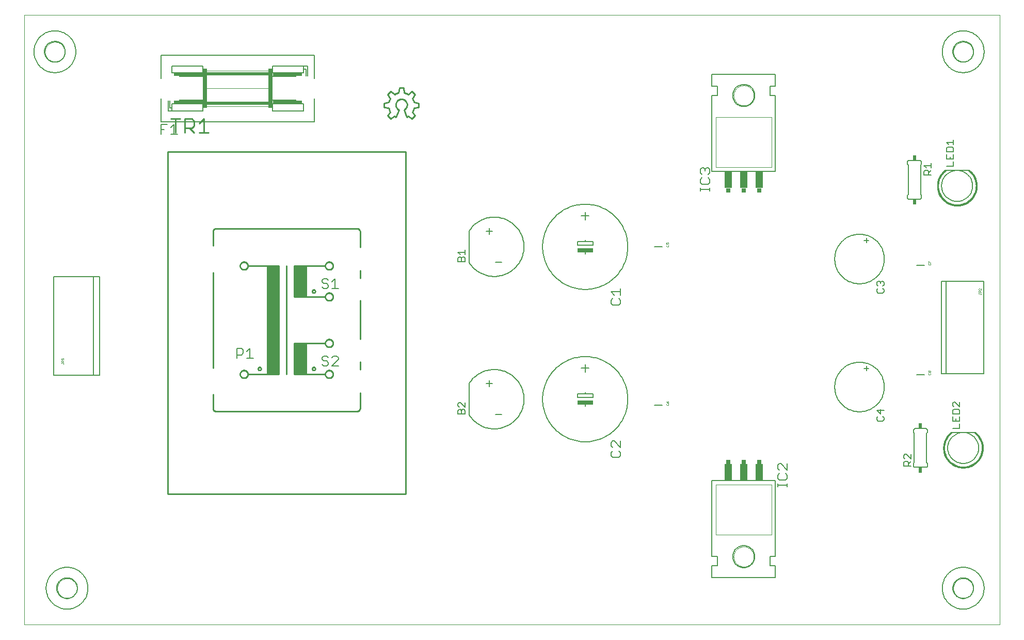
<source format=gto>
G75*
G70*
%OFA0B0*%
%FSLAX24Y24*%
%IPPOS*%
%LPD*%
%AMOC8*
5,1,8,0,0,1.08239X$1,22.5*
%
%ADD10C,0.0000*%
%ADD11C,0.0100*%
%ADD12C,0.0070*%
%ADD13C,0.0060*%
%ADD14C,0.0020*%
%ADD15R,0.0250X0.0450*%
%ADD16R,0.0250X0.1600*%
%ADD17R,0.4000X0.0200*%
%ADD18R,0.1550X0.0050*%
%ADD19R,0.1900X0.0200*%
%ADD20C,0.0080*%
%ADD21C,0.0010*%
%ADD22C,0.0050*%
%ADD23R,0.1000X0.0250*%
%ADD24R,0.0240X0.0340*%
%ADD25R,0.0300X0.0250*%
%ADD26R,0.0500X0.1100*%
%ADD27R,0.0750X0.7000*%
%ADD28R,0.0750X0.2000*%
D10*
X000181Y000181D02*
X000181Y039551D01*
X063174Y039551D01*
X063174Y000181D01*
X000181Y000181D01*
X002307Y002544D02*
X002309Y002594D01*
X002315Y002644D01*
X002325Y002693D01*
X002339Y002741D01*
X002356Y002788D01*
X002377Y002833D01*
X002402Y002877D01*
X002430Y002918D01*
X002462Y002957D01*
X002496Y002994D01*
X002533Y003028D01*
X002573Y003058D01*
X002615Y003085D01*
X002659Y003109D01*
X002705Y003130D01*
X002752Y003146D01*
X002800Y003159D01*
X002850Y003168D01*
X002899Y003173D01*
X002950Y003174D01*
X003000Y003171D01*
X003049Y003164D01*
X003098Y003153D01*
X003146Y003138D01*
X003192Y003120D01*
X003237Y003098D01*
X003280Y003072D01*
X003321Y003043D01*
X003360Y003011D01*
X003396Y002976D01*
X003428Y002938D01*
X003458Y002898D01*
X003485Y002855D01*
X003508Y002811D01*
X003527Y002765D01*
X003543Y002717D01*
X003555Y002668D01*
X003563Y002619D01*
X003567Y002569D01*
X003567Y002519D01*
X003563Y002469D01*
X003555Y002420D01*
X003543Y002371D01*
X003527Y002323D01*
X003508Y002277D01*
X003485Y002233D01*
X003458Y002190D01*
X003428Y002150D01*
X003396Y002112D01*
X003360Y002077D01*
X003321Y002045D01*
X003280Y002016D01*
X003237Y001990D01*
X003192Y001968D01*
X003146Y001950D01*
X003098Y001935D01*
X003049Y001924D01*
X003000Y001917D01*
X002950Y001914D01*
X002899Y001915D01*
X002850Y001920D01*
X002800Y001929D01*
X002752Y001942D01*
X002705Y001958D01*
X002659Y001979D01*
X002615Y002003D01*
X002573Y002030D01*
X002533Y002060D01*
X002496Y002094D01*
X002462Y002131D01*
X002430Y002170D01*
X002402Y002211D01*
X002377Y002255D01*
X002356Y002300D01*
X002339Y002347D01*
X002325Y002395D01*
X002315Y002444D01*
X002309Y002494D01*
X002307Y002544D01*
X045988Y004581D02*
X045990Y004631D01*
X045996Y004681D01*
X046006Y004731D01*
X046019Y004779D01*
X046036Y004827D01*
X046057Y004873D01*
X046081Y004917D01*
X046109Y004959D01*
X046140Y004999D01*
X046174Y005036D01*
X046211Y005071D01*
X046250Y005102D01*
X046291Y005131D01*
X046335Y005156D01*
X046381Y005178D01*
X046428Y005196D01*
X046476Y005210D01*
X046525Y005221D01*
X046575Y005228D01*
X046625Y005231D01*
X046676Y005230D01*
X046726Y005225D01*
X046776Y005216D01*
X046824Y005204D01*
X046872Y005187D01*
X046918Y005167D01*
X046963Y005144D01*
X047006Y005117D01*
X047046Y005087D01*
X047084Y005054D01*
X047119Y005018D01*
X047152Y004979D01*
X047181Y004938D01*
X047207Y004895D01*
X047230Y004850D01*
X047249Y004803D01*
X047264Y004755D01*
X047276Y004706D01*
X047284Y004656D01*
X047288Y004606D01*
X047288Y004556D01*
X047284Y004506D01*
X047276Y004456D01*
X047264Y004407D01*
X047249Y004359D01*
X047230Y004312D01*
X047207Y004267D01*
X047181Y004224D01*
X047152Y004183D01*
X047119Y004144D01*
X047084Y004108D01*
X047046Y004075D01*
X047006Y004045D01*
X046963Y004018D01*
X046918Y003995D01*
X046872Y003975D01*
X046824Y003958D01*
X046776Y003946D01*
X046726Y003937D01*
X046676Y003932D01*
X046625Y003931D01*
X046575Y003934D01*
X046525Y003941D01*
X046476Y003952D01*
X046428Y003966D01*
X046381Y003984D01*
X046335Y004006D01*
X046291Y004031D01*
X046250Y004060D01*
X046211Y004091D01*
X046174Y004126D01*
X046140Y004163D01*
X046109Y004203D01*
X046081Y004245D01*
X046057Y004289D01*
X046036Y004335D01*
X046019Y004383D01*
X046006Y004431D01*
X045996Y004481D01*
X045990Y004531D01*
X045988Y004581D01*
X060181Y002544D02*
X060183Y002594D01*
X060189Y002644D01*
X060199Y002693D01*
X060213Y002741D01*
X060230Y002788D01*
X060251Y002833D01*
X060276Y002877D01*
X060304Y002918D01*
X060336Y002957D01*
X060370Y002994D01*
X060407Y003028D01*
X060447Y003058D01*
X060489Y003085D01*
X060533Y003109D01*
X060579Y003130D01*
X060626Y003146D01*
X060674Y003159D01*
X060724Y003168D01*
X060773Y003173D01*
X060824Y003174D01*
X060874Y003171D01*
X060923Y003164D01*
X060972Y003153D01*
X061020Y003138D01*
X061066Y003120D01*
X061111Y003098D01*
X061154Y003072D01*
X061195Y003043D01*
X061234Y003011D01*
X061270Y002976D01*
X061302Y002938D01*
X061332Y002898D01*
X061359Y002855D01*
X061382Y002811D01*
X061401Y002765D01*
X061417Y002717D01*
X061429Y002668D01*
X061437Y002619D01*
X061441Y002569D01*
X061441Y002519D01*
X061437Y002469D01*
X061429Y002420D01*
X061417Y002371D01*
X061401Y002323D01*
X061382Y002277D01*
X061359Y002233D01*
X061332Y002190D01*
X061302Y002150D01*
X061270Y002112D01*
X061234Y002077D01*
X061195Y002045D01*
X061154Y002016D01*
X061111Y001990D01*
X061066Y001968D01*
X061020Y001950D01*
X060972Y001935D01*
X060923Y001924D01*
X060874Y001917D01*
X060824Y001914D01*
X060773Y001915D01*
X060724Y001920D01*
X060674Y001929D01*
X060626Y001942D01*
X060579Y001958D01*
X060533Y001979D01*
X060489Y002003D01*
X060447Y002030D01*
X060407Y002060D01*
X060370Y002094D01*
X060336Y002131D01*
X060304Y002170D01*
X060276Y002211D01*
X060251Y002255D01*
X060230Y002300D01*
X060213Y002347D01*
X060199Y002395D01*
X060189Y002444D01*
X060183Y002494D01*
X060181Y002544D01*
X045988Y034365D02*
X045990Y034415D01*
X045996Y034465D01*
X046006Y034515D01*
X046019Y034563D01*
X046036Y034611D01*
X046057Y034657D01*
X046081Y034701D01*
X046109Y034743D01*
X046140Y034783D01*
X046174Y034820D01*
X046211Y034855D01*
X046250Y034886D01*
X046291Y034915D01*
X046335Y034940D01*
X046381Y034962D01*
X046428Y034980D01*
X046476Y034994D01*
X046525Y035005D01*
X046575Y035012D01*
X046625Y035015D01*
X046676Y035014D01*
X046726Y035009D01*
X046776Y035000D01*
X046824Y034988D01*
X046872Y034971D01*
X046918Y034951D01*
X046963Y034928D01*
X047006Y034901D01*
X047046Y034871D01*
X047084Y034838D01*
X047119Y034802D01*
X047152Y034763D01*
X047181Y034722D01*
X047207Y034679D01*
X047230Y034634D01*
X047249Y034587D01*
X047264Y034539D01*
X047276Y034490D01*
X047284Y034440D01*
X047288Y034390D01*
X047288Y034340D01*
X047284Y034290D01*
X047276Y034240D01*
X047264Y034191D01*
X047249Y034143D01*
X047230Y034096D01*
X047207Y034051D01*
X047181Y034008D01*
X047152Y033967D01*
X047119Y033928D01*
X047084Y033892D01*
X047046Y033859D01*
X047006Y033829D01*
X046963Y033802D01*
X046918Y033779D01*
X046872Y033759D01*
X046824Y033742D01*
X046776Y033730D01*
X046726Y033721D01*
X046676Y033716D01*
X046625Y033715D01*
X046575Y033718D01*
X046525Y033725D01*
X046476Y033736D01*
X046428Y033750D01*
X046381Y033768D01*
X046335Y033790D01*
X046291Y033815D01*
X046250Y033844D01*
X046211Y033875D01*
X046174Y033910D01*
X046140Y033947D01*
X046109Y033987D01*
X046081Y034029D01*
X046057Y034073D01*
X046036Y034119D01*
X046019Y034167D01*
X046006Y034215D01*
X045996Y034265D01*
X045990Y034315D01*
X045988Y034365D01*
X060181Y037189D02*
X060183Y037239D01*
X060189Y037289D01*
X060199Y037338D01*
X060213Y037386D01*
X060230Y037433D01*
X060251Y037478D01*
X060276Y037522D01*
X060304Y037563D01*
X060336Y037602D01*
X060370Y037639D01*
X060407Y037673D01*
X060447Y037703D01*
X060489Y037730D01*
X060533Y037754D01*
X060579Y037775D01*
X060626Y037791D01*
X060674Y037804D01*
X060724Y037813D01*
X060773Y037818D01*
X060824Y037819D01*
X060874Y037816D01*
X060923Y037809D01*
X060972Y037798D01*
X061020Y037783D01*
X061066Y037765D01*
X061111Y037743D01*
X061154Y037717D01*
X061195Y037688D01*
X061234Y037656D01*
X061270Y037621D01*
X061302Y037583D01*
X061332Y037543D01*
X061359Y037500D01*
X061382Y037456D01*
X061401Y037410D01*
X061417Y037362D01*
X061429Y037313D01*
X061437Y037264D01*
X061441Y037214D01*
X061441Y037164D01*
X061437Y037114D01*
X061429Y037065D01*
X061417Y037016D01*
X061401Y036968D01*
X061382Y036922D01*
X061359Y036878D01*
X061332Y036835D01*
X061302Y036795D01*
X061270Y036757D01*
X061234Y036722D01*
X061195Y036690D01*
X061154Y036661D01*
X061111Y036635D01*
X061066Y036613D01*
X061020Y036595D01*
X060972Y036580D01*
X060923Y036569D01*
X060874Y036562D01*
X060824Y036559D01*
X060773Y036560D01*
X060724Y036565D01*
X060674Y036574D01*
X060626Y036587D01*
X060579Y036603D01*
X060533Y036624D01*
X060489Y036648D01*
X060447Y036675D01*
X060407Y036705D01*
X060370Y036739D01*
X060336Y036776D01*
X060304Y036815D01*
X060276Y036856D01*
X060251Y036900D01*
X060230Y036945D01*
X060213Y036992D01*
X060199Y037040D01*
X060189Y037089D01*
X060183Y037139D01*
X060181Y037189D01*
X001520Y037189D02*
X001522Y037239D01*
X001528Y037289D01*
X001538Y037338D01*
X001552Y037386D01*
X001569Y037433D01*
X001590Y037478D01*
X001615Y037522D01*
X001643Y037563D01*
X001675Y037602D01*
X001709Y037639D01*
X001746Y037673D01*
X001786Y037703D01*
X001828Y037730D01*
X001872Y037754D01*
X001918Y037775D01*
X001965Y037791D01*
X002013Y037804D01*
X002063Y037813D01*
X002112Y037818D01*
X002163Y037819D01*
X002213Y037816D01*
X002262Y037809D01*
X002311Y037798D01*
X002359Y037783D01*
X002405Y037765D01*
X002450Y037743D01*
X002493Y037717D01*
X002534Y037688D01*
X002573Y037656D01*
X002609Y037621D01*
X002641Y037583D01*
X002671Y037543D01*
X002698Y037500D01*
X002721Y037456D01*
X002740Y037410D01*
X002756Y037362D01*
X002768Y037313D01*
X002776Y037264D01*
X002780Y037214D01*
X002780Y037164D01*
X002776Y037114D01*
X002768Y037065D01*
X002756Y037016D01*
X002740Y036968D01*
X002721Y036922D01*
X002698Y036878D01*
X002671Y036835D01*
X002641Y036795D01*
X002609Y036757D01*
X002573Y036722D01*
X002534Y036690D01*
X002493Y036661D01*
X002450Y036635D01*
X002405Y036613D01*
X002359Y036595D01*
X002311Y036580D01*
X002262Y036569D01*
X002213Y036562D01*
X002163Y036559D01*
X002112Y036560D01*
X002063Y036565D01*
X002013Y036574D01*
X001965Y036587D01*
X001918Y036603D01*
X001872Y036624D01*
X001828Y036648D01*
X001786Y036675D01*
X001746Y036705D01*
X001709Y036739D01*
X001675Y036776D01*
X001643Y036815D01*
X001615Y036856D01*
X001590Y036900D01*
X001569Y036945D01*
X001552Y036992D01*
X001538Y037040D01*
X001528Y037089D01*
X001522Y037139D01*
X001520Y037189D01*
D11*
X009623Y032861D02*
X010224Y032861D01*
X009923Y032861D02*
X009923Y031960D01*
X010544Y031960D02*
X010544Y032861D01*
X010994Y032861D01*
X011144Y032710D01*
X011144Y032410D01*
X010994Y032260D01*
X010544Y032260D01*
X010844Y032260D02*
X011144Y031960D01*
X011465Y031960D02*
X012065Y031960D01*
X011765Y031960D02*
X011765Y032861D01*
X011465Y032560D01*
X009423Y030722D02*
X024798Y030722D01*
X024798Y008617D01*
X009423Y008617D01*
X009423Y030722D01*
X012561Y025766D02*
X021661Y025766D01*
X021687Y025764D01*
X021713Y025759D01*
X021738Y025751D01*
X021761Y025739D01*
X021783Y025725D01*
X021802Y025707D01*
X021820Y025688D01*
X021834Y025666D01*
X021846Y025643D01*
X021854Y025618D01*
X021859Y025592D01*
X021861Y025566D01*
X021861Y024566D01*
X021861Y023066D02*
X021861Y022566D01*
X021861Y021116D02*
X021861Y018616D01*
X021861Y017166D02*
X021861Y016666D01*
X021861Y015166D02*
X021861Y014166D01*
X021859Y014140D01*
X021854Y014114D01*
X021846Y014089D01*
X021834Y014066D01*
X021820Y014044D01*
X021802Y014025D01*
X021783Y014007D01*
X021761Y013993D01*
X021738Y013981D01*
X021713Y013973D01*
X021687Y013968D01*
X021661Y013966D01*
X012561Y013966D01*
X012535Y013968D01*
X012509Y013973D01*
X012484Y013981D01*
X012461Y013993D01*
X012439Y014007D01*
X012420Y014025D01*
X012402Y014044D01*
X012388Y014066D01*
X012376Y014089D01*
X012368Y014114D01*
X012363Y014140D01*
X012361Y014166D01*
X012361Y015066D01*
X014111Y016366D02*
X014113Y016397D01*
X014119Y016428D01*
X014129Y016458D01*
X014142Y016486D01*
X014159Y016513D01*
X014179Y016537D01*
X014202Y016559D01*
X014227Y016577D01*
X014255Y016592D01*
X014284Y016604D01*
X014314Y016612D01*
X014345Y016616D01*
X014377Y016616D01*
X014408Y016612D01*
X014438Y016604D01*
X014467Y016592D01*
X014495Y016577D01*
X014520Y016559D01*
X014543Y016537D01*
X014563Y016513D01*
X014580Y016486D01*
X014593Y016458D01*
X014603Y016428D01*
X014609Y016397D01*
X014611Y016366D01*
X014609Y016335D01*
X014603Y016304D01*
X014593Y016274D01*
X014580Y016246D01*
X014563Y016219D01*
X014543Y016195D01*
X014520Y016173D01*
X014495Y016155D01*
X014467Y016140D01*
X014438Y016128D01*
X014408Y016120D01*
X014377Y016116D01*
X014345Y016116D01*
X014314Y016120D01*
X014284Y016128D01*
X014255Y016140D01*
X014227Y016155D01*
X014202Y016173D01*
X014179Y016195D01*
X014159Y016219D01*
X014142Y016246D01*
X014129Y016274D01*
X014119Y016304D01*
X014113Y016335D01*
X014111Y016366D01*
X014611Y016366D02*
X015861Y016366D01*
X016611Y016366D01*
X016611Y023366D01*
X015861Y023366D01*
X015861Y016366D01*
X015261Y016716D02*
X015263Y016736D01*
X015269Y016754D01*
X015278Y016772D01*
X015290Y016787D01*
X015305Y016799D01*
X015323Y016808D01*
X015341Y016814D01*
X015361Y016816D01*
X015381Y016814D01*
X015399Y016808D01*
X015417Y016799D01*
X015432Y016787D01*
X015444Y016772D01*
X015453Y016754D01*
X015459Y016736D01*
X015461Y016716D01*
X015459Y016696D01*
X015453Y016678D01*
X015444Y016660D01*
X015432Y016645D01*
X015417Y016633D01*
X015399Y016624D01*
X015381Y016618D01*
X015361Y016616D01*
X015341Y016618D01*
X015323Y016624D01*
X015305Y016633D01*
X015290Y016645D01*
X015278Y016660D01*
X015269Y016678D01*
X015263Y016696D01*
X015261Y016716D01*
X017111Y016366D02*
X017111Y023366D01*
X017611Y023366D02*
X018361Y023366D01*
X019611Y023366D01*
X019613Y023397D01*
X019619Y023428D01*
X019629Y023458D01*
X019642Y023486D01*
X019659Y023513D01*
X019679Y023537D01*
X019702Y023559D01*
X019727Y023577D01*
X019755Y023592D01*
X019784Y023604D01*
X019814Y023612D01*
X019845Y023616D01*
X019877Y023616D01*
X019908Y023612D01*
X019938Y023604D01*
X019967Y023592D01*
X019995Y023577D01*
X020020Y023559D01*
X020043Y023537D01*
X020063Y023513D01*
X020080Y023486D01*
X020093Y023458D01*
X020103Y023428D01*
X020109Y023397D01*
X020111Y023366D01*
X020109Y023335D01*
X020103Y023304D01*
X020093Y023274D01*
X020080Y023246D01*
X020063Y023219D01*
X020043Y023195D01*
X020020Y023173D01*
X019995Y023155D01*
X019967Y023140D01*
X019938Y023128D01*
X019908Y023120D01*
X019877Y023116D01*
X019845Y023116D01*
X019814Y023120D01*
X019784Y023128D01*
X019755Y023140D01*
X019727Y023155D01*
X019702Y023173D01*
X019679Y023195D01*
X019659Y023219D01*
X019642Y023246D01*
X019629Y023274D01*
X019619Y023304D01*
X019613Y023335D01*
X019611Y023366D01*
X018361Y023366D02*
X018361Y021366D01*
X019611Y021366D01*
X019613Y021397D01*
X019619Y021428D01*
X019629Y021458D01*
X019642Y021486D01*
X019659Y021513D01*
X019679Y021537D01*
X019702Y021559D01*
X019727Y021577D01*
X019755Y021592D01*
X019784Y021604D01*
X019814Y021612D01*
X019845Y021616D01*
X019877Y021616D01*
X019908Y021612D01*
X019938Y021604D01*
X019967Y021592D01*
X019995Y021577D01*
X020020Y021559D01*
X020043Y021537D01*
X020063Y021513D01*
X020080Y021486D01*
X020093Y021458D01*
X020103Y021428D01*
X020109Y021397D01*
X020111Y021366D01*
X020109Y021335D01*
X020103Y021304D01*
X020093Y021274D01*
X020080Y021246D01*
X020063Y021219D01*
X020043Y021195D01*
X020020Y021173D01*
X019995Y021155D01*
X019967Y021140D01*
X019938Y021128D01*
X019908Y021120D01*
X019877Y021116D01*
X019845Y021116D01*
X019814Y021120D01*
X019784Y021128D01*
X019755Y021140D01*
X019727Y021155D01*
X019702Y021173D01*
X019679Y021195D01*
X019659Y021219D01*
X019642Y021246D01*
X019629Y021274D01*
X019619Y021304D01*
X019613Y021335D01*
X019611Y021366D01*
X018761Y021716D02*
X018763Y021736D01*
X018769Y021754D01*
X018778Y021772D01*
X018790Y021787D01*
X018805Y021799D01*
X018823Y021808D01*
X018841Y021814D01*
X018861Y021816D01*
X018881Y021814D01*
X018899Y021808D01*
X018917Y021799D01*
X018932Y021787D01*
X018944Y021772D01*
X018953Y021754D01*
X018959Y021736D01*
X018961Y021716D01*
X018959Y021696D01*
X018953Y021678D01*
X018944Y021660D01*
X018932Y021645D01*
X018917Y021633D01*
X018899Y021624D01*
X018881Y021618D01*
X018861Y021616D01*
X018841Y021618D01*
X018823Y021624D01*
X018805Y021633D01*
X018790Y021645D01*
X018778Y021660D01*
X018769Y021678D01*
X018763Y021696D01*
X018761Y021716D01*
X018361Y021366D02*
X017611Y021366D01*
X017611Y023366D01*
X015861Y023366D02*
X014611Y023366D01*
X014111Y023366D02*
X014113Y023397D01*
X014119Y023428D01*
X014129Y023458D01*
X014142Y023486D01*
X014159Y023513D01*
X014179Y023537D01*
X014202Y023559D01*
X014227Y023577D01*
X014255Y023592D01*
X014284Y023604D01*
X014314Y023612D01*
X014345Y023616D01*
X014377Y023616D01*
X014408Y023612D01*
X014438Y023604D01*
X014467Y023592D01*
X014495Y023577D01*
X014520Y023559D01*
X014543Y023537D01*
X014563Y023513D01*
X014580Y023486D01*
X014593Y023458D01*
X014603Y023428D01*
X014609Y023397D01*
X014611Y023366D01*
X014609Y023335D01*
X014603Y023304D01*
X014593Y023274D01*
X014580Y023246D01*
X014563Y023219D01*
X014543Y023195D01*
X014520Y023173D01*
X014495Y023155D01*
X014467Y023140D01*
X014438Y023128D01*
X014408Y023120D01*
X014377Y023116D01*
X014345Y023116D01*
X014314Y023120D01*
X014284Y023128D01*
X014255Y023140D01*
X014227Y023155D01*
X014202Y023173D01*
X014179Y023195D01*
X014159Y023219D01*
X014142Y023246D01*
X014129Y023274D01*
X014119Y023304D01*
X014113Y023335D01*
X014111Y023366D01*
X012361Y022916D02*
X012361Y016766D01*
X017611Y016366D02*
X018361Y016366D01*
X019611Y016366D01*
X019613Y016397D01*
X019619Y016428D01*
X019629Y016458D01*
X019642Y016486D01*
X019659Y016513D01*
X019679Y016537D01*
X019702Y016559D01*
X019727Y016577D01*
X019755Y016592D01*
X019784Y016604D01*
X019814Y016612D01*
X019845Y016616D01*
X019877Y016616D01*
X019908Y016612D01*
X019938Y016604D01*
X019967Y016592D01*
X019995Y016577D01*
X020020Y016559D01*
X020043Y016537D01*
X020063Y016513D01*
X020080Y016486D01*
X020093Y016458D01*
X020103Y016428D01*
X020109Y016397D01*
X020111Y016366D01*
X020109Y016335D01*
X020103Y016304D01*
X020093Y016274D01*
X020080Y016246D01*
X020063Y016219D01*
X020043Y016195D01*
X020020Y016173D01*
X019995Y016155D01*
X019967Y016140D01*
X019938Y016128D01*
X019908Y016120D01*
X019877Y016116D01*
X019845Y016116D01*
X019814Y016120D01*
X019784Y016128D01*
X019755Y016140D01*
X019727Y016155D01*
X019702Y016173D01*
X019679Y016195D01*
X019659Y016219D01*
X019642Y016246D01*
X019629Y016274D01*
X019619Y016304D01*
X019613Y016335D01*
X019611Y016366D01*
X018761Y016716D02*
X018763Y016736D01*
X018769Y016754D01*
X018778Y016772D01*
X018790Y016787D01*
X018805Y016799D01*
X018823Y016808D01*
X018841Y016814D01*
X018861Y016816D01*
X018881Y016814D01*
X018899Y016808D01*
X018917Y016799D01*
X018932Y016787D01*
X018944Y016772D01*
X018953Y016754D01*
X018959Y016736D01*
X018961Y016716D01*
X018959Y016696D01*
X018953Y016678D01*
X018944Y016660D01*
X018932Y016645D01*
X018917Y016633D01*
X018899Y016624D01*
X018881Y016618D01*
X018861Y016616D01*
X018841Y016618D01*
X018823Y016624D01*
X018805Y016633D01*
X018790Y016645D01*
X018778Y016660D01*
X018769Y016678D01*
X018763Y016696D01*
X018761Y016716D01*
X018361Y016366D02*
X018361Y018366D01*
X019611Y018366D01*
X019613Y018397D01*
X019619Y018428D01*
X019629Y018458D01*
X019642Y018486D01*
X019659Y018513D01*
X019679Y018537D01*
X019702Y018559D01*
X019727Y018577D01*
X019755Y018592D01*
X019784Y018604D01*
X019814Y018612D01*
X019845Y018616D01*
X019877Y018616D01*
X019908Y018612D01*
X019938Y018604D01*
X019967Y018592D01*
X019995Y018577D01*
X020020Y018559D01*
X020043Y018537D01*
X020063Y018513D01*
X020080Y018486D01*
X020093Y018458D01*
X020103Y018428D01*
X020109Y018397D01*
X020111Y018366D01*
X020109Y018335D01*
X020103Y018304D01*
X020093Y018274D01*
X020080Y018246D01*
X020063Y018219D01*
X020043Y018195D01*
X020020Y018173D01*
X019995Y018155D01*
X019967Y018140D01*
X019938Y018128D01*
X019908Y018120D01*
X019877Y018116D01*
X019845Y018116D01*
X019814Y018120D01*
X019784Y018128D01*
X019755Y018140D01*
X019727Y018155D01*
X019702Y018173D01*
X019679Y018195D01*
X019659Y018219D01*
X019642Y018246D01*
X019629Y018274D01*
X019619Y018304D01*
X019613Y018335D01*
X019611Y018366D01*
X018361Y018366D02*
X017611Y018366D01*
X017611Y016366D01*
X012361Y024666D02*
X012361Y025566D01*
X012363Y025592D01*
X012368Y025618D01*
X012376Y025643D01*
X012388Y025666D01*
X012402Y025688D01*
X012420Y025707D01*
X012439Y025725D01*
X012461Y025739D01*
X012484Y025751D01*
X012509Y025759D01*
X012535Y025764D01*
X012561Y025766D01*
X023650Y033049D02*
X023830Y032859D01*
X024070Y033029D01*
X024170Y032969D01*
X024370Y033419D01*
X024690Y033419D02*
X024880Y032969D01*
X024980Y033029D01*
X025220Y032859D01*
X025410Y033049D01*
X025240Y033289D01*
X025340Y033559D02*
X025640Y033609D01*
X025640Y033869D01*
X025340Y033929D01*
X025230Y034179D02*
X025410Y034439D01*
X025220Y034619D01*
X024960Y034439D01*
X024710Y034539D02*
X024660Y034859D01*
X024390Y034859D01*
X024340Y034539D01*
X024090Y034439D02*
X023830Y034619D01*
X023640Y034439D01*
X023820Y034179D01*
X023710Y033929D02*
X023410Y033869D01*
X023410Y033609D01*
X023710Y033559D01*
X023810Y033289D02*
X023650Y033049D01*
X023813Y033291D02*
X023785Y033341D01*
X023761Y033393D01*
X023740Y033446D01*
X023723Y033501D01*
X023710Y033557D01*
X024093Y034442D02*
X024138Y034467D01*
X024185Y034490D01*
X024233Y034509D01*
X024282Y034526D01*
X024332Y034539D01*
X024370Y033429D02*
X024337Y033447D01*
X024307Y033468D01*
X024278Y033492D01*
X024252Y033519D01*
X024230Y033548D01*
X024210Y033580D01*
X024193Y033613D01*
X024180Y033648D01*
X024171Y033684D01*
X024165Y033721D01*
X024163Y033758D01*
X024165Y033795D01*
X024170Y033832D01*
X024180Y033868D01*
X024192Y033903D01*
X024209Y033937D01*
X024228Y033968D01*
X024251Y033998D01*
X024277Y034025D01*
X024305Y034049D01*
X024336Y034070D01*
X024368Y034088D01*
X024402Y034103D01*
X024438Y034114D01*
X024474Y034122D01*
X024511Y034126D01*
X024549Y034126D01*
X024586Y034122D01*
X024622Y034114D01*
X024658Y034103D01*
X024692Y034088D01*
X024724Y034070D01*
X024755Y034049D01*
X024783Y034025D01*
X024809Y033998D01*
X024832Y033968D01*
X024851Y033937D01*
X024868Y033903D01*
X024880Y033868D01*
X024890Y033832D01*
X024895Y033795D01*
X024897Y033758D01*
X024895Y033721D01*
X024889Y033684D01*
X024880Y033648D01*
X024867Y033613D01*
X024850Y033580D01*
X024830Y033548D01*
X024808Y033519D01*
X024782Y033492D01*
X024753Y033468D01*
X024723Y033447D01*
X024690Y033429D01*
X025240Y033289D02*
X025263Y033330D01*
X025284Y033373D01*
X025302Y033418D01*
X025317Y033463D01*
X025330Y033509D01*
X025340Y033556D01*
X025339Y033929D02*
X025324Y033981D01*
X025305Y034032D01*
X025283Y034082D01*
X025258Y034130D01*
X025229Y034177D01*
X024964Y034440D02*
X024917Y034467D01*
X024868Y034490D01*
X024818Y034510D01*
X024767Y034527D01*
X024715Y034541D01*
X023821Y034174D02*
X023794Y034128D01*
X023770Y034080D01*
X023749Y034031D01*
X023731Y033980D01*
X023717Y033929D01*
D12*
X010061Y031862D02*
X009640Y031862D01*
X009851Y031862D02*
X009851Y032493D01*
X009640Y032282D01*
X009416Y032493D02*
X008996Y032493D01*
X008996Y031862D01*
X008996Y032177D02*
X009206Y032177D01*
X019396Y022427D02*
X019396Y022322D01*
X019501Y022217D01*
X019711Y022217D01*
X019816Y022112D01*
X019816Y022007D01*
X019711Y021901D01*
X019501Y021901D01*
X019396Y022007D01*
X019396Y022427D02*
X019501Y022532D01*
X019711Y022532D01*
X019816Y022427D01*
X020040Y022322D02*
X020250Y022532D01*
X020250Y021901D01*
X020040Y021901D02*
X020460Y021901D01*
X014750Y018032D02*
X014750Y017401D01*
X014540Y017401D02*
X014960Y017401D01*
X014540Y017822D02*
X014750Y018032D01*
X014316Y017927D02*
X014316Y017717D01*
X014211Y017612D01*
X013896Y017612D01*
X013896Y017401D02*
X013896Y018032D01*
X014211Y018032D01*
X014316Y017927D01*
X019396Y017427D02*
X019396Y017322D01*
X019501Y017217D01*
X019711Y017217D01*
X019816Y017112D01*
X019816Y017007D01*
X019711Y016901D01*
X019501Y016901D01*
X019396Y017007D01*
X019396Y017427D02*
X019501Y017532D01*
X019711Y017532D01*
X019816Y017427D01*
X020040Y017427D02*
X020145Y017532D01*
X020355Y017532D01*
X020460Y017427D01*
X020460Y017322D01*
X020040Y016901D01*
X020460Y016901D01*
X038056Y020932D02*
X038161Y020827D01*
X038582Y020827D01*
X038687Y020932D01*
X038687Y021142D01*
X038582Y021247D01*
X038687Y021471D02*
X038687Y021892D01*
X038687Y021681D02*
X038056Y021681D01*
X038267Y021471D01*
X038161Y021247D02*
X038056Y021142D01*
X038056Y020932D01*
X043823Y028200D02*
X043823Y028410D01*
X043823Y028305D02*
X044453Y028305D01*
X044453Y028200D02*
X044453Y028410D01*
X044348Y028630D02*
X043928Y028630D01*
X043823Y028735D01*
X043823Y028945D01*
X043928Y029050D01*
X043928Y029274D02*
X043823Y029379D01*
X043823Y029589D01*
X043928Y029694D01*
X044033Y029694D01*
X044138Y029589D01*
X044243Y029694D01*
X044348Y029694D01*
X044453Y029589D01*
X044453Y029379D01*
X044348Y029274D01*
X044348Y029050D02*
X044453Y028945D01*
X044453Y028735D01*
X044348Y028630D01*
X044138Y029484D02*
X044138Y029589D01*
X038687Y012049D02*
X038687Y011629D01*
X038267Y012049D01*
X038161Y012049D01*
X038056Y011944D01*
X038056Y011734D01*
X038161Y011629D01*
X038161Y011405D02*
X038056Y011299D01*
X038056Y011089D01*
X038161Y010984D01*
X038582Y010984D01*
X038687Y011089D01*
X038687Y011299D01*
X038582Y011405D01*
X048823Y010486D02*
X048823Y010276D01*
X048928Y010171D01*
X048928Y009947D02*
X048823Y009842D01*
X048823Y009632D01*
X048928Y009527D01*
X049348Y009527D01*
X049453Y009632D01*
X049453Y009842D01*
X049348Y009947D01*
X049453Y010171D02*
X049033Y010591D01*
X048928Y010591D01*
X048823Y010486D01*
X049453Y010591D02*
X049453Y010171D01*
X049453Y009307D02*
X049453Y009097D01*
X049453Y009202D02*
X048823Y009202D01*
X048823Y009097D02*
X048823Y009307D01*
D13*
X048688Y009481D02*
X048688Y004581D01*
X048338Y004581D01*
X048338Y003981D01*
X048688Y003981D01*
X048688Y003231D01*
X044588Y003231D01*
X044588Y003981D01*
X044938Y003981D01*
X044938Y004581D01*
X044588Y004581D01*
X044588Y009481D01*
X048688Y009481D01*
X045928Y004581D02*
X045930Y004634D01*
X045936Y004687D01*
X045946Y004739D01*
X045960Y004790D01*
X045977Y004840D01*
X045998Y004889D01*
X046023Y004936D01*
X046051Y004981D01*
X046083Y005024D01*
X046118Y005064D01*
X046155Y005101D01*
X046195Y005136D01*
X046238Y005168D01*
X046283Y005196D01*
X046330Y005221D01*
X046379Y005242D01*
X046429Y005259D01*
X046480Y005273D01*
X046532Y005283D01*
X046585Y005289D01*
X046638Y005291D01*
X046691Y005289D01*
X046744Y005283D01*
X046796Y005273D01*
X046847Y005259D01*
X046897Y005242D01*
X046946Y005221D01*
X046993Y005196D01*
X047038Y005168D01*
X047081Y005136D01*
X047121Y005101D01*
X047158Y005064D01*
X047193Y005024D01*
X047225Y004981D01*
X047253Y004936D01*
X047278Y004889D01*
X047299Y004840D01*
X047316Y004790D01*
X047330Y004739D01*
X047340Y004687D01*
X047346Y004634D01*
X047348Y004581D01*
X047346Y004528D01*
X047340Y004475D01*
X047330Y004423D01*
X047316Y004372D01*
X047299Y004322D01*
X047278Y004273D01*
X047253Y004226D01*
X047225Y004181D01*
X047193Y004138D01*
X047158Y004098D01*
X047121Y004061D01*
X047081Y004026D01*
X047038Y003994D01*
X046993Y003966D01*
X046946Y003941D01*
X046897Y003920D01*
X046847Y003903D01*
X046796Y003889D01*
X046744Y003879D01*
X046691Y003873D01*
X046638Y003871D01*
X046585Y003873D01*
X046532Y003879D01*
X046480Y003889D01*
X046429Y003903D01*
X046379Y003920D01*
X046330Y003941D01*
X046283Y003966D01*
X046238Y003994D01*
X046195Y004026D01*
X046155Y004061D01*
X046118Y004098D01*
X046083Y004138D01*
X046051Y004181D01*
X046023Y004226D01*
X045998Y004273D01*
X045977Y004322D01*
X045960Y004372D01*
X045946Y004423D01*
X045936Y004475D01*
X045930Y004528D01*
X045928Y004581D01*
X057605Y010449D02*
X057605Y010599D01*
X057655Y010649D01*
X057655Y012549D01*
X057605Y012599D01*
X057605Y012749D01*
X057607Y012766D01*
X057611Y012783D01*
X057618Y012799D01*
X057628Y012813D01*
X057641Y012826D01*
X057655Y012836D01*
X057671Y012843D01*
X057688Y012847D01*
X057705Y012849D01*
X058405Y012849D01*
X058422Y012847D01*
X058439Y012843D01*
X058455Y012836D01*
X058469Y012826D01*
X058482Y012813D01*
X058492Y012799D01*
X058499Y012783D01*
X058503Y012766D01*
X058505Y012749D01*
X058505Y012599D01*
X058455Y012549D01*
X058455Y010649D01*
X058505Y010599D01*
X058505Y010449D01*
X058503Y010432D01*
X058499Y010415D01*
X058492Y010399D01*
X058482Y010385D01*
X058469Y010372D01*
X058455Y010362D01*
X058439Y010355D01*
X058422Y010351D01*
X058405Y010349D01*
X057705Y010349D01*
X057688Y010351D01*
X057671Y010355D01*
X057655Y010362D01*
X057641Y010372D01*
X057628Y010385D01*
X057618Y010399D01*
X057611Y010415D01*
X057607Y010432D01*
X057605Y010449D01*
X059811Y011599D02*
X059813Y011662D01*
X059819Y011724D01*
X059829Y011786D01*
X059842Y011848D01*
X059860Y011908D01*
X059881Y011967D01*
X059906Y012025D01*
X059935Y012081D01*
X059967Y012135D01*
X060002Y012187D01*
X060040Y012236D01*
X060082Y012284D01*
X060126Y012328D01*
X060174Y012370D01*
X060223Y012408D01*
X060275Y012443D01*
X060329Y012475D01*
X060385Y012504D01*
X060443Y012529D01*
X060502Y012550D01*
X060562Y012568D01*
X060624Y012581D01*
X060686Y012591D01*
X060748Y012597D01*
X060811Y012599D01*
X060874Y012597D01*
X060936Y012591D01*
X060998Y012581D01*
X061060Y012568D01*
X061120Y012550D01*
X061179Y012529D01*
X061237Y012504D01*
X061293Y012475D01*
X061347Y012443D01*
X061399Y012408D01*
X061448Y012370D01*
X061496Y012328D01*
X061540Y012284D01*
X061582Y012236D01*
X061620Y012187D01*
X061655Y012135D01*
X061687Y012081D01*
X061716Y012025D01*
X061741Y011967D01*
X061762Y011908D01*
X061780Y011848D01*
X061793Y011786D01*
X061803Y011724D01*
X061809Y011662D01*
X061811Y011599D01*
X061809Y011536D01*
X061803Y011474D01*
X061793Y011412D01*
X061780Y011350D01*
X061762Y011290D01*
X061741Y011231D01*
X061716Y011173D01*
X061687Y011117D01*
X061655Y011063D01*
X061620Y011011D01*
X061582Y010962D01*
X061540Y010914D01*
X061496Y010870D01*
X061448Y010828D01*
X061399Y010790D01*
X061347Y010755D01*
X061293Y010723D01*
X061237Y010694D01*
X061179Y010669D01*
X061120Y010648D01*
X061060Y010630D01*
X060998Y010617D01*
X060936Y010607D01*
X060874Y010601D01*
X060811Y010599D01*
X060748Y010601D01*
X060686Y010607D01*
X060624Y010617D01*
X060562Y010630D01*
X060502Y010648D01*
X060443Y010669D01*
X060385Y010694D01*
X060329Y010723D01*
X060275Y010755D01*
X060223Y010790D01*
X060174Y010828D01*
X060126Y010870D01*
X060082Y010914D01*
X060040Y010962D01*
X060002Y011011D01*
X059967Y011063D01*
X059935Y011117D01*
X059906Y011173D01*
X059881Y011231D01*
X059860Y011290D01*
X059842Y011350D01*
X059829Y011412D01*
X059819Y011474D01*
X059813Y011536D01*
X059811Y011599D01*
X052518Y015536D02*
X052520Y015616D01*
X052526Y015695D01*
X052536Y015774D01*
X052550Y015853D01*
X052567Y015931D01*
X052589Y016008D01*
X052614Y016083D01*
X052644Y016157D01*
X052676Y016230D01*
X052713Y016301D01*
X052753Y016370D01*
X052796Y016437D01*
X052843Y016502D01*
X052892Y016564D01*
X052945Y016624D01*
X053001Y016681D01*
X053059Y016736D01*
X053120Y016787D01*
X053184Y016835D01*
X053250Y016880D01*
X053318Y016922D01*
X053388Y016960D01*
X053460Y016994D01*
X053533Y017025D01*
X053608Y017053D01*
X053685Y017076D01*
X053762Y017096D01*
X053840Y017112D01*
X053919Y017124D01*
X053998Y017132D01*
X054078Y017136D01*
X054158Y017136D01*
X054238Y017132D01*
X054317Y017124D01*
X054396Y017112D01*
X054474Y017096D01*
X054551Y017076D01*
X054628Y017053D01*
X054703Y017025D01*
X054776Y016994D01*
X054848Y016960D01*
X054918Y016922D01*
X054986Y016880D01*
X055052Y016835D01*
X055116Y016787D01*
X055177Y016736D01*
X055235Y016681D01*
X055291Y016624D01*
X055344Y016564D01*
X055393Y016502D01*
X055440Y016437D01*
X055483Y016370D01*
X055523Y016301D01*
X055560Y016230D01*
X055592Y016157D01*
X055622Y016083D01*
X055647Y016008D01*
X055669Y015931D01*
X055686Y015853D01*
X055700Y015774D01*
X055710Y015695D01*
X055716Y015616D01*
X055718Y015536D01*
X055716Y015456D01*
X055710Y015377D01*
X055700Y015298D01*
X055686Y015219D01*
X055669Y015141D01*
X055647Y015064D01*
X055622Y014989D01*
X055592Y014915D01*
X055560Y014842D01*
X055523Y014771D01*
X055483Y014702D01*
X055440Y014635D01*
X055393Y014570D01*
X055344Y014508D01*
X055291Y014448D01*
X055235Y014391D01*
X055177Y014336D01*
X055116Y014285D01*
X055052Y014237D01*
X054986Y014192D01*
X054918Y014150D01*
X054848Y014112D01*
X054776Y014078D01*
X054703Y014047D01*
X054628Y014019D01*
X054551Y013996D01*
X054474Y013976D01*
X054396Y013960D01*
X054317Y013948D01*
X054238Y013940D01*
X054158Y013936D01*
X054078Y013936D01*
X053998Y013940D01*
X053919Y013948D01*
X053840Y013960D01*
X053762Y013976D01*
X053685Y013996D01*
X053608Y014019D01*
X053533Y014047D01*
X053460Y014078D01*
X053388Y014112D01*
X053318Y014150D01*
X053250Y014192D01*
X053184Y014237D01*
X053120Y014285D01*
X053059Y014336D01*
X053001Y014391D01*
X052945Y014448D01*
X052892Y014508D01*
X052843Y014570D01*
X052796Y014635D01*
X052753Y014702D01*
X052713Y014771D01*
X052676Y014842D01*
X052644Y014915D01*
X052614Y014989D01*
X052589Y015064D01*
X052567Y015141D01*
X052550Y015219D01*
X052536Y015298D01*
X052526Y015377D01*
X052520Y015456D01*
X052518Y015536D01*
X054418Y016736D02*
X054718Y016736D01*
X054568Y016886D02*
X054568Y016586D01*
X052518Y023803D02*
X052520Y023883D01*
X052526Y023962D01*
X052536Y024041D01*
X052550Y024120D01*
X052567Y024198D01*
X052589Y024275D01*
X052614Y024350D01*
X052644Y024424D01*
X052676Y024497D01*
X052713Y024568D01*
X052753Y024637D01*
X052796Y024704D01*
X052843Y024769D01*
X052892Y024831D01*
X052945Y024891D01*
X053001Y024948D01*
X053059Y025003D01*
X053120Y025054D01*
X053184Y025102D01*
X053250Y025147D01*
X053318Y025189D01*
X053388Y025227D01*
X053460Y025261D01*
X053533Y025292D01*
X053608Y025320D01*
X053685Y025343D01*
X053762Y025363D01*
X053840Y025379D01*
X053919Y025391D01*
X053998Y025399D01*
X054078Y025403D01*
X054158Y025403D01*
X054238Y025399D01*
X054317Y025391D01*
X054396Y025379D01*
X054474Y025363D01*
X054551Y025343D01*
X054628Y025320D01*
X054703Y025292D01*
X054776Y025261D01*
X054848Y025227D01*
X054918Y025189D01*
X054986Y025147D01*
X055052Y025102D01*
X055116Y025054D01*
X055177Y025003D01*
X055235Y024948D01*
X055291Y024891D01*
X055344Y024831D01*
X055393Y024769D01*
X055440Y024704D01*
X055483Y024637D01*
X055523Y024568D01*
X055560Y024497D01*
X055592Y024424D01*
X055622Y024350D01*
X055647Y024275D01*
X055669Y024198D01*
X055686Y024120D01*
X055700Y024041D01*
X055710Y023962D01*
X055716Y023883D01*
X055718Y023803D01*
X055716Y023723D01*
X055710Y023644D01*
X055700Y023565D01*
X055686Y023486D01*
X055669Y023408D01*
X055647Y023331D01*
X055622Y023256D01*
X055592Y023182D01*
X055560Y023109D01*
X055523Y023038D01*
X055483Y022969D01*
X055440Y022902D01*
X055393Y022837D01*
X055344Y022775D01*
X055291Y022715D01*
X055235Y022658D01*
X055177Y022603D01*
X055116Y022552D01*
X055052Y022504D01*
X054986Y022459D01*
X054918Y022417D01*
X054848Y022379D01*
X054776Y022345D01*
X054703Y022314D01*
X054628Y022286D01*
X054551Y022263D01*
X054474Y022243D01*
X054396Y022227D01*
X054317Y022215D01*
X054238Y022207D01*
X054158Y022203D01*
X054078Y022203D01*
X053998Y022207D01*
X053919Y022215D01*
X053840Y022227D01*
X053762Y022243D01*
X053685Y022263D01*
X053608Y022286D01*
X053533Y022314D01*
X053460Y022345D01*
X053388Y022379D01*
X053318Y022417D01*
X053250Y022459D01*
X053184Y022504D01*
X053120Y022552D01*
X053059Y022603D01*
X053001Y022658D01*
X052945Y022715D01*
X052892Y022775D01*
X052843Y022837D01*
X052796Y022902D01*
X052753Y022969D01*
X052713Y023038D01*
X052676Y023109D01*
X052644Y023182D01*
X052614Y023256D01*
X052589Y023331D01*
X052567Y023408D01*
X052550Y023486D01*
X052536Y023565D01*
X052526Y023644D01*
X052520Y023723D01*
X052518Y023803D01*
X054418Y025003D02*
X054718Y025003D01*
X054568Y025153D02*
X054568Y024853D01*
X057312Y027672D02*
X058012Y027672D01*
X058029Y027674D01*
X058046Y027678D01*
X058062Y027685D01*
X058076Y027695D01*
X058089Y027708D01*
X058099Y027722D01*
X058106Y027738D01*
X058110Y027755D01*
X058112Y027772D01*
X058112Y027922D01*
X058062Y027972D01*
X058062Y029872D01*
X058112Y029922D01*
X058112Y030072D01*
X058110Y030089D01*
X058106Y030106D01*
X058099Y030122D01*
X058089Y030136D01*
X058076Y030149D01*
X058062Y030159D01*
X058046Y030166D01*
X058029Y030170D01*
X058012Y030172D01*
X057312Y030172D01*
X057295Y030170D01*
X057278Y030166D01*
X057262Y030159D01*
X057248Y030149D01*
X057235Y030136D01*
X057225Y030122D01*
X057218Y030106D01*
X057214Y030089D01*
X057212Y030072D01*
X057212Y029922D01*
X057262Y029872D01*
X057262Y027972D01*
X057212Y027922D01*
X057212Y027772D01*
X057214Y027755D01*
X057218Y027738D01*
X057225Y027722D01*
X057235Y027708D01*
X057248Y027695D01*
X057262Y027685D01*
X057278Y027678D01*
X057295Y027674D01*
X057312Y027672D01*
X059418Y028528D02*
X059420Y028591D01*
X059426Y028653D01*
X059436Y028715D01*
X059449Y028777D01*
X059467Y028837D01*
X059488Y028896D01*
X059513Y028954D01*
X059542Y029010D01*
X059574Y029064D01*
X059609Y029116D01*
X059647Y029165D01*
X059689Y029213D01*
X059733Y029257D01*
X059781Y029299D01*
X059830Y029337D01*
X059882Y029372D01*
X059936Y029404D01*
X059992Y029433D01*
X060050Y029458D01*
X060109Y029479D01*
X060169Y029497D01*
X060231Y029510D01*
X060293Y029520D01*
X060355Y029526D01*
X060418Y029528D01*
X060481Y029526D01*
X060543Y029520D01*
X060605Y029510D01*
X060667Y029497D01*
X060727Y029479D01*
X060786Y029458D01*
X060844Y029433D01*
X060900Y029404D01*
X060954Y029372D01*
X061006Y029337D01*
X061055Y029299D01*
X061103Y029257D01*
X061147Y029213D01*
X061189Y029165D01*
X061227Y029116D01*
X061262Y029064D01*
X061294Y029010D01*
X061323Y028954D01*
X061348Y028896D01*
X061369Y028837D01*
X061387Y028777D01*
X061400Y028715D01*
X061410Y028653D01*
X061416Y028591D01*
X061418Y028528D01*
X061416Y028465D01*
X061410Y028403D01*
X061400Y028341D01*
X061387Y028279D01*
X061369Y028219D01*
X061348Y028160D01*
X061323Y028102D01*
X061294Y028046D01*
X061262Y027992D01*
X061227Y027940D01*
X061189Y027891D01*
X061147Y027843D01*
X061103Y027799D01*
X061055Y027757D01*
X061006Y027719D01*
X060954Y027684D01*
X060900Y027652D01*
X060844Y027623D01*
X060786Y027598D01*
X060727Y027577D01*
X060667Y027559D01*
X060605Y027546D01*
X060543Y027536D01*
X060481Y027530D01*
X060418Y027528D01*
X060355Y027530D01*
X060293Y027536D01*
X060231Y027546D01*
X060169Y027559D01*
X060109Y027577D01*
X060050Y027598D01*
X059992Y027623D01*
X059936Y027652D01*
X059882Y027684D01*
X059830Y027719D01*
X059781Y027757D01*
X059733Y027799D01*
X059689Y027843D01*
X059647Y027891D01*
X059609Y027940D01*
X059574Y027992D01*
X059542Y028046D01*
X059513Y028102D01*
X059488Y028160D01*
X059467Y028219D01*
X059449Y028279D01*
X059436Y028341D01*
X059426Y028403D01*
X059420Y028465D01*
X059418Y028528D01*
X048688Y029465D02*
X048688Y034365D01*
X048338Y034365D01*
X048338Y034965D01*
X048688Y034965D01*
X048688Y035715D01*
X044588Y035715D01*
X044588Y034965D01*
X044938Y034965D01*
X044938Y034365D01*
X044588Y034365D01*
X044588Y029465D01*
X048688Y029465D01*
X045928Y034365D02*
X045930Y034418D01*
X045936Y034471D01*
X045946Y034523D01*
X045960Y034574D01*
X045977Y034624D01*
X045998Y034673D01*
X046023Y034720D01*
X046051Y034765D01*
X046083Y034808D01*
X046118Y034848D01*
X046155Y034885D01*
X046195Y034920D01*
X046238Y034952D01*
X046283Y034980D01*
X046330Y035005D01*
X046379Y035026D01*
X046429Y035043D01*
X046480Y035057D01*
X046532Y035067D01*
X046585Y035073D01*
X046638Y035075D01*
X046691Y035073D01*
X046744Y035067D01*
X046796Y035057D01*
X046847Y035043D01*
X046897Y035026D01*
X046946Y035005D01*
X046993Y034980D01*
X047038Y034952D01*
X047081Y034920D01*
X047121Y034885D01*
X047158Y034848D01*
X047193Y034808D01*
X047225Y034765D01*
X047253Y034720D01*
X047278Y034673D01*
X047299Y034624D01*
X047316Y034574D01*
X047330Y034523D01*
X047340Y034471D01*
X047346Y034418D01*
X047348Y034365D01*
X047346Y034312D01*
X047340Y034259D01*
X047330Y034207D01*
X047316Y034156D01*
X047299Y034106D01*
X047278Y034057D01*
X047253Y034010D01*
X047225Y033965D01*
X047193Y033922D01*
X047158Y033882D01*
X047121Y033845D01*
X047081Y033810D01*
X047038Y033778D01*
X046993Y033750D01*
X046946Y033725D01*
X046897Y033704D01*
X046847Y033687D01*
X046796Y033673D01*
X046744Y033663D01*
X046691Y033657D01*
X046638Y033655D01*
X046585Y033657D01*
X046532Y033663D01*
X046480Y033673D01*
X046429Y033687D01*
X046379Y033704D01*
X046330Y033725D01*
X046283Y033750D01*
X046238Y033778D01*
X046195Y033810D01*
X046155Y033845D01*
X046118Y033882D01*
X046083Y033922D01*
X046051Y033965D01*
X046023Y034010D01*
X045998Y034057D01*
X045977Y034106D01*
X045960Y034156D01*
X045946Y034207D01*
X045936Y034259D01*
X045930Y034312D01*
X045928Y034365D01*
X036402Y026841D02*
X036402Y026341D01*
X036152Y026591D02*
X036652Y026591D01*
X036402Y025041D02*
X036402Y024941D01*
X036902Y024941D01*
X036902Y024691D01*
X035902Y024691D01*
X035902Y024941D01*
X036402Y024941D01*
X033652Y024591D02*
X033655Y024726D01*
X033665Y024861D01*
X033682Y024995D01*
X033705Y025127D01*
X033734Y025259D01*
X033770Y025389D01*
X033813Y025517D01*
X033861Y025643D01*
X033916Y025767D01*
X033977Y025887D01*
X034043Y026005D01*
X034115Y026119D01*
X034193Y026229D01*
X034276Y026336D01*
X034364Y026438D01*
X034457Y026536D01*
X034555Y026629D01*
X034657Y026717D01*
X034764Y026800D01*
X034874Y026878D01*
X034988Y026950D01*
X035106Y027016D01*
X035226Y027077D01*
X035350Y027132D01*
X035476Y027180D01*
X035604Y027223D01*
X035734Y027259D01*
X035866Y027288D01*
X035998Y027311D01*
X036132Y027328D01*
X036267Y027338D01*
X036402Y027341D01*
X036537Y027338D01*
X036672Y027328D01*
X036806Y027311D01*
X036938Y027288D01*
X037070Y027259D01*
X037200Y027223D01*
X037328Y027180D01*
X037454Y027132D01*
X037578Y027077D01*
X037698Y027016D01*
X037816Y026950D01*
X037930Y026878D01*
X038040Y026800D01*
X038147Y026717D01*
X038249Y026629D01*
X038347Y026536D01*
X038440Y026438D01*
X038528Y026336D01*
X038611Y026229D01*
X038689Y026119D01*
X038761Y026005D01*
X038827Y025887D01*
X038888Y025767D01*
X038943Y025643D01*
X038991Y025517D01*
X039034Y025389D01*
X039070Y025259D01*
X039099Y025127D01*
X039122Y024995D01*
X039139Y024861D01*
X039149Y024726D01*
X039152Y024591D01*
X039149Y024456D01*
X039139Y024321D01*
X039122Y024187D01*
X039099Y024055D01*
X039070Y023923D01*
X039034Y023793D01*
X038991Y023665D01*
X038943Y023539D01*
X038888Y023415D01*
X038827Y023295D01*
X038761Y023177D01*
X038689Y023063D01*
X038611Y022953D01*
X038528Y022846D01*
X038440Y022744D01*
X038347Y022646D01*
X038249Y022553D01*
X038147Y022465D01*
X038040Y022382D01*
X037930Y022304D01*
X037816Y022232D01*
X037698Y022166D01*
X037578Y022105D01*
X037454Y022050D01*
X037328Y022002D01*
X037200Y021959D01*
X037070Y021923D01*
X036938Y021894D01*
X036806Y021871D01*
X036672Y021854D01*
X036537Y021844D01*
X036402Y021841D01*
X036267Y021844D01*
X036132Y021854D01*
X035998Y021871D01*
X035866Y021894D01*
X035734Y021923D01*
X035604Y021959D01*
X035476Y022002D01*
X035350Y022050D01*
X035226Y022105D01*
X035106Y022166D01*
X034988Y022232D01*
X034874Y022304D01*
X034764Y022382D01*
X034657Y022465D01*
X034555Y022553D01*
X034457Y022646D01*
X034364Y022744D01*
X034276Y022846D01*
X034193Y022953D01*
X034115Y023063D01*
X034043Y023177D01*
X033977Y023295D01*
X033916Y023415D01*
X033861Y023539D01*
X033813Y023665D01*
X033770Y023793D01*
X033734Y023923D01*
X033705Y024055D01*
X033682Y024187D01*
X033665Y024321D01*
X033655Y024456D01*
X033652Y024591D01*
X036402Y024341D02*
X036402Y024141D01*
X030996Y023591D02*
X030596Y023591D01*
X028896Y023591D02*
X028947Y023512D01*
X029001Y023436D01*
X029060Y023363D01*
X029122Y023292D01*
X029187Y023225D01*
X029255Y023161D01*
X029326Y023101D01*
X029401Y023044D01*
X029478Y022990D01*
X029557Y022941D01*
X029639Y022895D01*
X029723Y022854D01*
X029809Y022817D01*
X029897Y022783D01*
X029986Y022755D01*
X030076Y022730D01*
X030168Y022710D01*
X030260Y022695D01*
X030353Y022684D01*
X030446Y022678D01*
X030540Y022676D01*
X030634Y022679D01*
X030727Y022686D01*
X030820Y022698D01*
X030912Y022715D01*
X031003Y022736D01*
X031093Y022761D01*
X031182Y022791D01*
X031269Y022825D01*
X031355Y022863D01*
X031438Y022906D01*
X031520Y022952D01*
X031599Y023003D01*
X031675Y023057D01*
X031749Y023115D01*
X031819Y023176D01*
X031887Y023241D01*
X031951Y023309D01*
X032012Y023380D01*
X032070Y023454D01*
X032124Y023531D01*
X032174Y023610D01*
X032220Y023691D01*
X032261Y023775D01*
X032299Y023861D01*
X032333Y023948D01*
X032362Y024037D01*
X032387Y024127D01*
X032407Y024219D01*
X032423Y024311D01*
X032435Y024404D01*
X032442Y024497D01*
X032444Y024591D01*
X032442Y024685D01*
X032435Y024778D01*
X032423Y024871D01*
X032407Y024963D01*
X032387Y025055D01*
X032362Y025145D01*
X032333Y025234D01*
X032299Y025321D01*
X032261Y025407D01*
X032220Y025491D01*
X032174Y025572D01*
X032124Y025651D01*
X032070Y025728D01*
X032012Y025802D01*
X031951Y025873D01*
X031887Y025941D01*
X031819Y026006D01*
X031749Y026067D01*
X031675Y026125D01*
X031599Y026179D01*
X031520Y026230D01*
X031438Y026276D01*
X031355Y026319D01*
X031269Y026357D01*
X031182Y026391D01*
X031093Y026421D01*
X031003Y026446D01*
X030912Y026467D01*
X030820Y026484D01*
X030727Y026496D01*
X030634Y026503D01*
X030540Y026506D01*
X030446Y026504D01*
X030353Y026498D01*
X030260Y026487D01*
X030168Y026472D01*
X030076Y026452D01*
X029986Y026427D01*
X029897Y026399D01*
X029809Y026365D01*
X029723Y026328D01*
X029639Y026287D01*
X029557Y026241D01*
X029478Y026192D01*
X029401Y026138D01*
X029326Y026081D01*
X029255Y026021D01*
X029187Y025957D01*
X029122Y025890D01*
X029060Y025819D01*
X029001Y025746D01*
X028947Y025670D01*
X028896Y025591D01*
X028896Y023591D01*
X030196Y025391D02*
X030196Y025791D01*
X029996Y025591D02*
X030396Y025591D01*
X018911Y032677D02*
X018911Y034177D01*
X018211Y033827D02*
X016211Y033827D01*
X016211Y033377D01*
X018211Y033377D01*
X018211Y033827D01*
X018911Y032677D02*
X009011Y032677D01*
X009011Y034177D01*
X009461Y034027D02*
X009461Y033377D01*
X009711Y033377D01*
X011711Y033377D01*
X011711Y033827D01*
X009711Y033827D01*
X009711Y033577D01*
X009561Y033577D01*
X009561Y034027D01*
X009711Y033577D02*
X009711Y033377D01*
X009011Y035477D02*
X009011Y036977D01*
X018911Y036977D01*
X018911Y035477D01*
X018461Y035627D02*
X018461Y036277D01*
X018211Y036277D01*
X016211Y036277D01*
X016211Y035827D01*
X018211Y035827D01*
X018211Y036077D01*
X018361Y036077D01*
X018361Y035627D01*
X018211Y036077D02*
X018211Y036277D01*
X011711Y036277D02*
X011711Y035827D01*
X009711Y035827D01*
X009711Y036277D01*
X011711Y036277D01*
X000800Y037189D02*
X000802Y037262D01*
X000808Y037335D01*
X000818Y037407D01*
X000832Y037479D01*
X000849Y037550D01*
X000871Y037620D01*
X000896Y037689D01*
X000925Y037756D01*
X000957Y037821D01*
X000993Y037885D01*
X001033Y037947D01*
X001075Y038006D01*
X001121Y038063D01*
X001170Y038117D01*
X001222Y038169D01*
X001276Y038218D01*
X001333Y038264D01*
X001392Y038306D01*
X001454Y038346D01*
X001518Y038382D01*
X001583Y038414D01*
X001650Y038443D01*
X001719Y038468D01*
X001789Y038490D01*
X001860Y038507D01*
X001932Y038521D01*
X002004Y038531D01*
X002077Y038537D01*
X002150Y038539D01*
X002223Y038537D01*
X002296Y038531D01*
X002368Y038521D01*
X002440Y038507D01*
X002511Y038490D01*
X002581Y038468D01*
X002650Y038443D01*
X002717Y038414D01*
X002782Y038382D01*
X002846Y038346D01*
X002908Y038306D01*
X002967Y038264D01*
X003024Y038218D01*
X003078Y038169D01*
X003130Y038117D01*
X003179Y038063D01*
X003225Y038006D01*
X003267Y037947D01*
X003307Y037885D01*
X003343Y037821D01*
X003375Y037756D01*
X003404Y037689D01*
X003429Y037620D01*
X003451Y037550D01*
X003468Y037479D01*
X003482Y037407D01*
X003492Y037335D01*
X003498Y037262D01*
X003500Y037189D01*
X003498Y037116D01*
X003492Y037043D01*
X003482Y036971D01*
X003468Y036899D01*
X003451Y036828D01*
X003429Y036758D01*
X003404Y036689D01*
X003375Y036622D01*
X003343Y036557D01*
X003307Y036493D01*
X003267Y036431D01*
X003225Y036372D01*
X003179Y036315D01*
X003130Y036261D01*
X003078Y036209D01*
X003024Y036160D01*
X002967Y036114D01*
X002908Y036072D01*
X002846Y036032D01*
X002782Y035996D01*
X002717Y035964D01*
X002650Y035935D01*
X002581Y035910D01*
X002511Y035888D01*
X002440Y035871D01*
X002368Y035857D01*
X002296Y035847D01*
X002223Y035841D01*
X002150Y035839D01*
X002077Y035841D01*
X002004Y035847D01*
X001932Y035857D01*
X001860Y035871D01*
X001789Y035888D01*
X001719Y035910D01*
X001650Y035935D01*
X001583Y035964D01*
X001518Y035996D01*
X001454Y036032D01*
X001392Y036072D01*
X001333Y036114D01*
X001276Y036160D01*
X001222Y036209D01*
X001170Y036261D01*
X001121Y036315D01*
X001075Y036372D01*
X001033Y036431D01*
X000993Y036493D01*
X000957Y036557D01*
X000925Y036622D01*
X000896Y036689D01*
X000871Y036758D01*
X000849Y036828D01*
X000832Y036899D01*
X000818Y036971D01*
X000808Y037043D01*
X000802Y037116D01*
X000800Y037189D01*
X030196Y015948D02*
X030196Y015548D01*
X029996Y015748D02*
X030396Y015748D01*
X028896Y015748D02*
X028947Y015827D01*
X029001Y015903D01*
X029060Y015976D01*
X029122Y016047D01*
X029187Y016114D01*
X029255Y016178D01*
X029326Y016238D01*
X029401Y016295D01*
X029478Y016349D01*
X029557Y016398D01*
X029639Y016444D01*
X029723Y016485D01*
X029809Y016522D01*
X029897Y016556D01*
X029986Y016584D01*
X030076Y016609D01*
X030168Y016629D01*
X030260Y016644D01*
X030353Y016655D01*
X030446Y016661D01*
X030540Y016663D01*
X030634Y016660D01*
X030727Y016653D01*
X030820Y016641D01*
X030912Y016624D01*
X031003Y016603D01*
X031093Y016578D01*
X031182Y016548D01*
X031269Y016514D01*
X031355Y016476D01*
X031438Y016433D01*
X031520Y016387D01*
X031599Y016336D01*
X031675Y016282D01*
X031749Y016224D01*
X031819Y016163D01*
X031887Y016098D01*
X031951Y016030D01*
X032012Y015959D01*
X032070Y015885D01*
X032124Y015808D01*
X032174Y015729D01*
X032220Y015648D01*
X032261Y015564D01*
X032299Y015478D01*
X032333Y015391D01*
X032362Y015302D01*
X032387Y015212D01*
X032407Y015120D01*
X032423Y015028D01*
X032435Y014935D01*
X032442Y014842D01*
X032444Y014748D01*
X032442Y014654D01*
X032435Y014561D01*
X032423Y014468D01*
X032407Y014376D01*
X032387Y014284D01*
X032362Y014194D01*
X032333Y014105D01*
X032299Y014018D01*
X032261Y013932D01*
X032220Y013848D01*
X032174Y013767D01*
X032124Y013688D01*
X032070Y013611D01*
X032012Y013537D01*
X031951Y013466D01*
X031887Y013398D01*
X031819Y013333D01*
X031749Y013272D01*
X031675Y013214D01*
X031599Y013160D01*
X031520Y013109D01*
X031438Y013063D01*
X031355Y013020D01*
X031269Y012982D01*
X031182Y012948D01*
X031093Y012918D01*
X031003Y012893D01*
X030912Y012872D01*
X030820Y012855D01*
X030727Y012843D01*
X030634Y012836D01*
X030540Y012833D01*
X030446Y012835D01*
X030353Y012841D01*
X030260Y012852D01*
X030168Y012867D01*
X030076Y012887D01*
X029986Y012912D01*
X029897Y012940D01*
X029809Y012974D01*
X029723Y013011D01*
X029639Y013052D01*
X029557Y013098D01*
X029478Y013147D01*
X029401Y013201D01*
X029326Y013258D01*
X029255Y013318D01*
X029187Y013382D01*
X029122Y013449D01*
X029060Y013520D01*
X029001Y013593D01*
X028947Y013669D01*
X028896Y013748D01*
X028896Y015748D01*
X030596Y013748D02*
X030996Y013748D01*
X035902Y014848D02*
X036902Y014848D01*
X036902Y015098D01*
X036402Y015098D01*
X035902Y015098D01*
X035902Y014848D01*
X033652Y014748D02*
X033655Y014883D01*
X033665Y015018D01*
X033682Y015152D01*
X033705Y015284D01*
X033734Y015416D01*
X033770Y015546D01*
X033813Y015674D01*
X033861Y015800D01*
X033916Y015924D01*
X033977Y016044D01*
X034043Y016162D01*
X034115Y016276D01*
X034193Y016386D01*
X034276Y016493D01*
X034364Y016595D01*
X034457Y016693D01*
X034555Y016786D01*
X034657Y016874D01*
X034764Y016957D01*
X034874Y017035D01*
X034988Y017107D01*
X035106Y017173D01*
X035226Y017234D01*
X035350Y017289D01*
X035476Y017337D01*
X035604Y017380D01*
X035734Y017416D01*
X035866Y017445D01*
X035998Y017468D01*
X036132Y017485D01*
X036267Y017495D01*
X036402Y017498D01*
X036537Y017495D01*
X036672Y017485D01*
X036806Y017468D01*
X036938Y017445D01*
X037070Y017416D01*
X037200Y017380D01*
X037328Y017337D01*
X037454Y017289D01*
X037578Y017234D01*
X037698Y017173D01*
X037816Y017107D01*
X037930Y017035D01*
X038040Y016957D01*
X038147Y016874D01*
X038249Y016786D01*
X038347Y016693D01*
X038440Y016595D01*
X038528Y016493D01*
X038611Y016386D01*
X038689Y016276D01*
X038761Y016162D01*
X038827Y016044D01*
X038888Y015924D01*
X038943Y015800D01*
X038991Y015674D01*
X039034Y015546D01*
X039070Y015416D01*
X039099Y015284D01*
X039122Y015152D01*
X039139Y015018D01*
X039149Y014883D01*
X039152Y014748D01*
X039149Y014613D01*
X039139Y014478D01*
X039122Y014344D01*
X039099Y014212D01*
X039070Y014080D01*
X039034Y013950D01*
X038991Y013822D01*
X038943Y013696D01*
X038888Y013572D01*
X038827Y013452D01*
X038761Y013334D01*
X038689Y013220D01*
X038611Y013110D01*
X038528Y013003D01*
X038440Y012901D01*
X038347Y012803D01*
X038249Y012710D01*
X038147Y012622D01*
X038040Y012539D01*
X037930Y012461D01*
X037816Y012389D01*
X037698Y012323D01*
X037578Y012262D01*
X037454Y012207D01*
X037328Y012159D01*
X037200Y012116D01*
X037070Y012080D01*
X036938Y012051D01*
X036806Y012028D01*
X036672Y012011D01*
X036537Y012001D01*
X036402Y011998D01*
X036267Y012001D01*
X036132Y012011D01*
X035998Y012028D01*
X035866Y012051D01*
X035734Y012080D01*
X035604Y012116D01*
X035476Y012159D01*
X035350Y012207D01*
X035226Y012262D01*
X035106Y012323D01*
X034988Y012389D01*
X034874Y012461D01*
X034764Y012539D01*
X034657Y012622D01*
X034555Y012710D01*
X034457Y012803D01*
X034364Y012901D01*
X034276Y013003D01*
X034193Y013110D01*
X034115Y013220D01*
X034043Y013334D01*
X033977Y013452D01*
X033916Y013572D01*
X033861Y013696D01*
X033813Y013822D01*
X033770Y013950D01*
X033734Y014080D01*
X033705Y014212D01*
X033682Y014344D01*
X033665Y014478D01*
X033655Y014613D01*
X033652Y014748D01*
X036402Y014498D02*
X036402Y014298D01*
X036402Y015098D02*
X036402Y015198D01*
X036402Y016498D02*
X036402Y016998D01*
X036152Y016748D02*
X036652Y016748D01*
X059461Y002544D02*
X059463Y002617D01*
X059469Y002690D01*
X059479Y002762D01*
X059493Y002834D01*
X059510Y002905D01*
X059532Y002975D01*
X059557Y003044D01*
X059586Y003111D01*
X059618Y003176D01*
X059654Y003240D01*
X059694Y003302D01*
X059736Y003361D01*
X059782Y003418D01*
X059831Y003472D01*
X059883Y003524D01*
X059937Y003573D01*
X059994Y003619D01*
X060053Y003661D01*
X060115Y003701D01*
X060179Y003737D01*
X060244Y003769D01*
X060311Y003798D01*
X060380Y003823D01*
X060450Y003845D01*
X060521Y003862D01*
X060593Y003876D01*
X060665Y003886D01*
X060738Y003892D01*
X060811Y003894D01*
X060884Y003892D01*
X060957Y003886D01*
X061029Y003876D01*
X061101Y003862D01*
X061172Y003845D01*
X061242Y003823D01*
X061311Y003798D01*
X061378Y003769D01*
X061443Y003737D01*
X061507Y003701D01*
X061569Y003661D01*
X061628Y003619D01*
X061685Y003573D01*
X061739Y003524D01*
X061791Y003472D01*
X061840Y003418D01*
X061886Y003361D01*
X061928Y003302D01*
X061968Y003240D01*
X062004Y003176D01*
X062036Y003111D01*
X062065Y003044D01*
X062090Y002975D01*
X062112Y002905D01*
X062129Y002834D01*
X062143Y002762D01*
X062153Y002690D01*
X062159Y002617D01*
X062161Y002544D01*
X062159Y002471D01*
X062153Y002398D01*
X062143Y002326D01*
X062129Y002254D01*
X062112Y002183D01*
X062090Y002113D01*
X062065Y002044D01*
X062036Y001977D01*
X062004Y001912D01*
X061968Y001848D01*
X061928Y001786D01*
X061886Y001727D01*
X061840Y001670D01*
X061791Y001616D01*
X061739Y001564D01*
X061685Y001515D01*
X061628Y001469D01*
X061569Y001427D01*
X061507Y001387D01*
X061443Y001351D01*
X061378Y001319D01*
X061311Y001290D01*
X061242Y001265D01*
X061172Y001243D01*
X061101Y001226D01*
X061029Y001212D01*
X060957Y001202D01*
X060884Y001196D01*
X060811Y001194D01*
X060738Y001196D01*
X060665Y001202D01*
X060593Y001212D01*
X060521Y001226D01*
X060450Y001243D01*
X060380Y001265D01*
X060311Y001290D01*
X060244Y001319D01*
X060179Y001351D01*
X060115Y001387D01*
X060053Y001427D01*
X059994Y001469D01*
X059937Y001515D01*
X059883Y001564D01*
X059831Y001616D01*
X059782Y001670D01*
X059736Y001727D01*
X059694Y001786D01*
X059654Y001848D01*
X059618Y001912D01*
X059586Y001977D01*
X059557Y002044D01*
X059532Y002113D01*
X059510Y002183D01*
X059493Y002254D01*
X059479Y002326D01*
X059469Y002398D01*
X059463Y002471D01*
X059461Y002544D01*
X059461Y037189D02*
X059463Y037262D01*
X059469Y037335D01*
X059479Y037407D01*
X059493Y037479D01*
X059510Y037550D01*
X059532Y037620D01*
X059557Y037689D01*
X059586Y037756D01*
X059618Y037821D01*
X059654Y037885D01*
X059694Y037947D01*
X059736Y038006D01*
X059782Y038063D01*
X059831Y038117D01*
X059883Y038169D01*
X059937Y038218D01*
X059994Y038264D01*
X060053Y038306D01*
X060115Y038346D01*
X060179Y038382D01*
X060244Y038414D01*
X060311Y038443D01*
X060380Y038468D01*
X060450Y038490D01*
X060521Y038507D01*
X060593Y038521D01*
X060665Y038531D01*
X060738Y038537D01*
X060811Y038539D01*
X060884Y038537D01*
X060957Y038531D01*
X061029Y038521D01*
X061101Y038507D01*
X061172Y038490D01*
X061242Y038468D01*
X061311Y038443D01*
X061378Y038414D01*
X061443Y038382D01*
X061507Y038346D01*
X061569Y038306D01*
X061628Y038264D01*
X061685Y038218D01*
X061739Y038169D01*
X061791Y038117D01*
X061840Y038063D01*
X061886Y038006D01*
X061928Y037947D01*
X061968Y037885D01*
X062004Y037821D01*
X062036Y037756D01*
X062065Y037689D01*
X062090Y037620D01*
X062112Y037550D01*
X062129Y037479D01*
X062143Y037407D01*
X062153Y037335D01*
X062159Y037262D01*
X062161Y037189D01*
X062159Y037116D01*
X062153Y037043D01*
X062143Y036971D01*
X062129Y036899D01*
X062112Y036828D01*
X062090Y036758D01*
X062065Y036689D01*
X062036Y036622D01*
X062004Y036557D01*
X061968Y036493D01*
X061928Y036431D01*
X061886Y036372D01*
X061840Y036315D01*
X061791Y036261D01*
X061739Y036209D01*
X061685Y036160D01*
X061628Y036114D01*
X061569Y036072D01*
X061507Y036032D01*
X061443Y035996D01*
X061378Y035964D01*
X061311Y035935D01*
X061242Y035910D01*
X061172Y035888D01*
X061101Y035871D01*
X061029Y035857D01*
X060957Y035847D01*
X060884Y035841D01*
X060811Y035839D01*
X060738Y035841D01*
X060665Y035847D01*
X060593Y035857D01*
X060521Y035871D01*
X060450Y035888D01*
X060380Y035910D01*
X060311Y035935D01*
X060244Y035964D01*
X060179Y035996D01*
X060115Y036032D01*
X060053Y036072D01*
X059994Y036114D01*
X059937Y036160D01*
X059883Y036209D01*
X059831Y036261D01*
X059782Y036315D01*
X059736Y036372D01*
X059694Y036431D01*
X059654Y036493D01*
X059618Y036557D01*
X059586Y036622D01*
X059557Y036689D01*
X059532Y036758D01*
X059510Y036828D01*
X059493Y036899D01*
X059479Y036971D01*
X059469Y037043D01*
X059463Y037116D01*
X059461Y037189D01*
X001587Y002544D02*
X001589Y002617D01*
X001595Y002690D01*
X001605Y002762D01*
X001619Y002834D01*
X001636Y002905D01*
X001658Y002975D01*
X001683Y003044D01*
X001712Y003111D01*
X001744Y003176D01*
X001780Y003240D01*
X001820Y003302D01*
X001862Y003361D01*
X001908Y003418D01*
X001957Y003472D01*
X002009Y003524D01*
X002063Y003573D01*
X002120Y003619D01*
X002179Y003661D01*
X002241Y003701D01*
X002305Y003737D01*
X002370Y003769D01*
X002437Y003798D01*
X002506Y003823D01*
X002576Y003845D01*
X002647Y003862D01*
X002719Y003876D01*
X002791Y003886D01*
X002864Y003892D01*
X002937Y003894D01*
X003010Y003892D01*
X003083Y003886D01*
X003155Y003876D01*
X003227Y003862D01*
X003298Y003845D01*
X003368Y003823D01*
X003437Y003798D01*
X003504Y003769D01*
X003569Y003737D01*
X003633Y003701D01*
X003695Y003661D01*
X003754Y003619D01*
X003811Y003573D01*
X003865Y003524D01*
X003917Y003472D01*
X003966Y003418D01*
X004012Y003361D01*
X004054Y003302D01*
X004094Y003240D01*
X004130Y003176D01*
X004162Y003111D01*
X004191Y003044D01*
X004216Y002975D01*
X004238Y002905D01*
X004255Y002834D01*
X004269Y002762D01*
X004279Y002690D01*
X004285Y002617D01*
X004287Y002544D01*
X004285Y002471D01*
X004279Y002398D01*
X004269Y002326D01*
X004255Y002254D01*
X004238Y002183D01*
X004216Y002113D01*
X004191Y002044D01*
X004162Y001977D01*
X004130Y001912D01*
X004094Y001848D01*
X004054Y001786D01*
X004012Y001727D01*
X003966Y001670D01*
X003917Y001616D01*
X003865Y001564D01*
X003811Y001515D01*
X003754Y001469D01*
X003695Y001427D01*
X003633Y001387D01*
X003569Y001351D01*
X003504Y001319D01*
X003437Y001290D01*
X003368Y001265D01*
X003298Y001243D01*
X003227Y001226D01*
X003155Y001212D01*
X003083Y001202D01*
X003010Y001196D01*
X002937Y001194D01*
X002864Y001196D01*
X002791Y001202D01*
X002719Y001212D01*
X002647Y001226D01*
X002576Y001243D01*
X002506Y001265D01*
X002437Y001290D01*
X002370Y001319D01*
X002305Y001351D01*
X002241Y001387D01*
X002179Y001427D01*
X002120Y001469D01*
X002063Y001515D01*
X002009Y001564D01*
X001957Y001616D01*
X001908Y001670D01*
X001862Y001727D01*
X001820Y001786D01*
X001780Y001848D01*
X001744Y001912D01*
X001712Y001977D01*
X001683Y002044D01*
X001658Y002113D01*
X001636Y002183D01*
X001619Y002254D01*
X001605Y002326D01*
X001595Y002398D01*
X001589Y002471D01*
X001587Y002544D01*
D14*
X044838Y005981D02*
X048438Y005981D01*
X048438Y009231D01*
X044838Y009231D01*
X044838Y005981D01*
X044838Y029715D02*
X044838Y032965D01*
X048438Y032965D01*
X048438Y029715D01*
X044838Y029715D01*
X015961Y033677D02*
X011961Y033677D01*
X011911Y034827D02*
X016011Y034827D01*
X015961Y035977D02*
X011961Y035977D01*
D15*
X011836Y035852D03*
X011836Y033802D03*
X016086Y033802D03*
X016086Y035852D03*
D16*
X016086Y034827D03*
X011836Y034827D03*
D17*
X013961Y033877D03*
X013961Y035777D03*
D18*
X016986Y035602D03*
X016986Y034052D03*
X010936Y034052D03*
X010936Y035602D03*
D19*
X010761Y035727D03*
X010761Y033927D03*
X017161Y033927D03*
X017161Y035727D03*
D20*
X001481Y037189D02*
X001483Y037240D01*
X001489Y037291D01*
X001499Y037341D01*
X001512Y037391D01*
X001530Y037439D01*
X001550Y037486D01*
X001575Y037531D01*
X001603Y037574D01*
X001634Y037615D01*
X001668Y037653D01*
X001705Y037688D01*
X001744Y037721D01*
X001786Y037751D01*
X001830Y037777D01*
X001876Y037799D01*
X001924Y037819D01*
X001973Y037834D01*
X002023Y037846D01*
X002073Y037854D01*
X002124Y037858D01*
X002176Y037858D01*
X002227Y037854D01*
X002277Y037846D01*
X002327Y037834D01*
X002376Y037819D01*
X002424Y037799D01*
X002470Y037777D01*
X002514Y037751D01*
X002556Y037721D01*
X002595Y037688D01*
X002632Y037653D01*
X002666Y037615D01*
X002697Y037574D01*
X002725Y037531D01*
X002750Y037486D01*
X002770Y037439D01*
X002788Y037391D01*
X002801Y037341D01*
X002811Y037291D01*
X002817Y037240D01*
X002819Y037189D01*
X002817Y037138D01*
X002811Y037087D01*
X002801Y037037D01*
X002788Y036987D01*
X002770Y036939D01*
X002750Y036892D01*
X002725Y036847D01*
X002697Y036804D01*
X002666Y036763D01*
X002632Y036725D01*
X002595Y036690D01*
X002556Y036657D01*
X002514Y036627D01*
X002470Y036601D01*
X002424Y036579D01*
X002376Y036559D01*
X002327Y036544D01*
X002277Y036532D01*
X002227Y036524D01*
X002176Y036520D01*
X002124Y036520D01*
X002073Y036524D01*
X002023Y036532D01*
X001973Y036544D01*
X001924Y036559D01*
X001876Y036579D01*
X001830Y036601D01*
X001786Y036627D01*
X001744Y036657D01*
X001705Y036690D01*
X001668Y036725D01*
X001634Y036763D01*
X001603Y036804D01*
X001575Y036847D01*
X001550Y036892D01*
X001530Y036939D01*
X001512Y036987D01*
X001499Y037037D01*
X001489Y037087D01*
X001483Y037138D01*
X001481Y037189D01*
X002071Y022662D02*
X004630Y022662D01*
X004630Y016284D01*
X002071Y016284D01*
X002071Y022662D01*
X004630Y022662D02*
X005024Y022662D01*
X005024Y016284D01*
X004630Y016284D01*
X002268Y002544D02*
X002270Y002595D01*
X002276Y002646D01*
X002286Y002696D01*
X002299Y002746D01*
X002317Y002794D01*
X002337Y002841D01*
X002362Y002886D01*
X002390Y002929D01*
X002421Y002970D01*
X002455Y003008D01*
X002492Y003043D01*
X002531Y003076D01*
X002573Y003106D01*
X002617Y003132D01*
X002663Y003154D01*
X002711Y003174D01*
X002760Y003189D01*
X002810Y003201D01*
X002860Y003209D01*
X002911Y003213D01*
X002963Y003213D01*
X003014Y003209D01*
X003064Y003201D01*
X003114Y003189D01*
X003163Y003174D01*
X003211Y003154D01*
X003257Y003132D01*
X003301Y003106D01*
X003343Y003076D01*
X003382Y003043D01*
X003419Y003008D01*
X003453Y002970D01*
X003484Y002929D01*
X003512Y002886D01*
X003537Y002841D01*
X003557Y002794D01*
X003575Y002746D01*
X003588Y002696D01*
X003598Y002646D01*
X003604Y002595D01*
X003606Y002544D01*
X003604Y002493D01*
X003598Y002442D01*
X003588Y002392D01*
X003575Y002342D01*
X003557Y002294D01*
X003537Y002247D01*
X003512Y002202D01*
X003484Y002159D01*
X003453Y002118D01*
X003419Y002080D01*
X003382Y002045D01*
X003343Y002012D01*
X003301Y001982D01*
X003257Y001956D01*
X003211Y001934D01*
X003163Y001914D01*
X003114Y001899D01*
X003064Y001887D01*
X003014Y001879D01*
X002963Y001875D01*
X002911Y001875D01*
X002860Y001879D01*
X002810Y001887D01*
X002760Y001899D01*
X002711Y001914D01*
X002663Y001934D01*
X002617Y001956D01*
X002573Y001982D01*
X002531Y002012D01*
X002492Y002045D01*
X002455Y002080D01*
X002421Y002118D01*
X002390Y002159D01*
X002362Y002202D01*
X002337Y002247D01*
X002317Y002294D01*
X002299Y002342D01*
X002286Y002392D01*
X002276Y002442D01*
X002270Y002493D01*
X002268Y002544D01*
X040876Y014355D02*
X041376Y014355D01*
X041376Y024591D02*
X040876Y024591D01*
X057805Y023410D02*
X058305Y023410D01*
X059394Y022347D02*
X059709Y022347D01*
X059709Y016402D01*
X059394Y016402D01*
X059394Y022347D01*
X059709Y022347D02*
X062150Y022347D01*
X062150Y016402D01*
X059709Y016402D01*
X058305Y016323D02*
X057805Y016323D01*
X060061Y012599D02*
X061561Y012599D01*
X060142Y002544D02*
X060144Y002595D01*
X060150Y002646D01*
X060160Y002696D01*
X060173Y002746D01*
X060191Y002794D01*
X060211Y002841D01*
X060236Y002886D01*
X060264Y002929D01*
X060295Y002970D01*
X060329Y003008D01*
X060366Y003043D01*
X060405Y003076D01*
X060447Y003106D01*
X060491Y003132D01*
X060537Y003154D01*
X060585Y003174D01*
X060634Y003189D01*
X060684Y003201D01*
X060734Y003209D01*
X060785Y003213D01*
X060837Y003213D01*
X060888Y003209D01*
X060938Y003201D01*
X060988Y003189D01*
X061037Y003174D01*
X061085Y003154D01*
X061131Y003132D01*
X061175Y003106D01*
X061217Y003076D01*
X061256Y003043D01*
X061293Y003008D01*
X061327Y002970D01*
X061358Y002929D01*
X061386Y002886D01*
X061411Y002841D01*
X061431Y002794D01*
X061449Y002746D01*
X061462Y002696D01*
X061472Y002646D01*
X061478Y002595D01*
X061480Y002544D01*
X061478Y002493D01*
X061472Y002442D01*
X061462Y002392D01*
X061449Y002342D01*
X061431Y002294D01*
X061411Y002247D01*
X061386Y002202D01*
X061358Y002159D01*
X061327Y002118D01*
X061293Y002080D01*
X061256Y002045D01*
X061217Y002012D01*
X061175Y001982D01*
X061131Y001956D01*
X061085Y001934D01*
X061037Y001914D01*
X060988Y001899D01*
X060938Y001887D01*
X060888Y001879D01*
X060837Y001875D01*
X060785Y001875D01*
X060734Y001879D01*
X060684Y001887D01*
X060634Y001899D01*
X060585Y001914D01*
X060537Y001934D01*
X060491Y001956D01*
X060447Y001982D01*
X060405Y002012D01*
X060366Y002045D01*
X060329Y002080D01*
X060295Y002118D01*
X060264Y002159D01*
X060236Y002202D01*
X060211Y002247D01*
X060191Y002294D01*
X060173Y002342D01*
X060160Y002392D01*
X060150Y002442D01*
X060144Y002493D01*
X060142Y002544D01*
X059668Y029528D02*
X061168Y029528D01*
X060142Y037189D02*
X060144Y037240D01*
X060150Y037291D01*
X060160Y037341D01*
X060173Y037391D01*
X060191Y037439D01*
X060211Y037486D01*
X060236Y037531D01*
X060264Y037574D01*
X060295Y037615D01*
X060329Y037653D01*
X060366Y037688D01*
X060405Y037721D01*
X060447Y037751D01*
X060491Y037777D01*
X060537Y037799D01*
X060585Y037819D01*
X060634Y037834D01*
X060684Y037846D01*
X060734Y037854D01*
X060785Y037858D01*
X060837Y037858D01*
X060888Y037854D01*
X060938Y037846D01*
X060988Y037834D01*
X061037Y037819D01*
X061085Y037799D01*
X061131Y037777D01*
X061175Y037751D01*
X061217Y037721D01*
X061256Y037688D01*
X061293Y037653D01*
X061327Y037615D01*
X061358Y037574D01*
X061386Y037531D01*
X061411Y037486D01*
X061431Y037439D01*
X061449Y037391D01*
X061462Y037341D01*
X061472Y037291D01*
X061478Y037240D01*
X061480Y037189D01*
X061478Y037138D01*
X061472Y037087D01*
X061462Y037037D01*
X061449Y036987D01*
X061431Y036939D01*
X061411Y036892D01*
X061386Y036847D01*
X061358Y036804D01*
X061327Y036763D01*
X061293Y036725D01*
X061256Y036690D01*
X061217Y036657D01*
X061175Y036627D01*
X061131Y036601D01*
X061085Y036579D01*
X061037Y036559D01*
X060988Y036544D01*
X060938Y036532D01*
X060888Y036524D01*
X060837Y036520D01*
X060785Y036520D01*
X060734Y036524D01*
X060684Y036532D01*
X060634Y036544D01*
X060585Y036559D01*
X060537Y036579D01*
X060491Y036601D01*
X060447Y036627D01*
X060405Y036657D01*
X060366Y036690D01*
X060329Y036725D01*
X060295Y036763D01*
X060264Y036804D01*
X060236Y036847D01*
X060211Y036892D01*
X060191Y036939D01*
X060173Y036987D01*
X060160Y037037D01*
X060150Y037087D01*
X060144Y037138D01*
X060142Y037189D01*
D21*
X059638Y029560D02*
X059692Y029488D01*
X059691Y029489D02*
X059638Y029446D01*
X059587Y029401D01*
X059539Y029352D01*
X059494Y029301D01*
X059451Y029247D01*
X059412Y029191D01*
X059376Y029133D01*
X059343Y029073D01*
X059314Y029012D01*
X059289Y028948D01*
X059267Y028884D01*
X059248Y028818D01*
X059234Y028751D01*
X059223Y028684D01*
X059216Y028616D01*
X059213Y028548D01*
X059214Y028479D01*
X059219Y028411D01*
X059227Y028343D01*
X059240Y028276D01*
X059256Y028210D01*
X059276Y028145D01*
X059299Y028080D01*
X059326Y028018D01*
X059357Y027957D01*
X059391Y027898D01*
X059428Y027840D01*
X059469Y027785D01*
X059513Y027733D01*
X059559Y027683D01*
X059608Y027636D01*
X059660Y027591D01*
X059714Y027550D01*
X059771Y027511D01*
X059830Y027476D01*
X059890Y027445D01*
X059952Y027417D01*
X060016Y027392D01*
X060081Y027371D01*
X060147Y027354D01*
X060214Y027340D01*
X060282Y027331D01*
X060350Y027325D01*
X060418Y027323D01*
X060486Y027325D01*
X060554Y027331D01*
X060622Y027340D01*
X060689Y027354D01*
X060755Y027371D01*
X060820Y027392D01*
X060884Y027417D01*
X060946Y027445D01*
X061006Y027476D01*
X061065Y027511D01*
X061122Y027550D01*
X061176Y027591D01*
X061228Y027636D01*
X061277Y027683D01*
X061323Y027733D01*
X061367Y027785D01*
X061408Y027840D01*
X061445Y027898D01*
X061479Y027957D01*
X061510Y028018D01*
X061537Y028080D01*
X061560Y028145D01*
X061580Y028210D01*
X061596Y028276D01*
X061609Y028343D01*
X061617Y028411D01*
X061622Y028479D01*
X061623Y028548D01*
X061620Y028616D01*
X061613Y028684D01*
X061602Y028751D01*
X061588Y028818D01*
X061569Y028884D01*
X061547Y028948D01*
X061522Y029012D01*
X061493Y029073D01*
X061460Y029133D01*
X061424Y029191D01*
X061385Y029247D01*
X061342Y029301D01*
X061297Y029352D01*
X061249Y029401D01*
X061198Y029446D01*
X061145Y029489D01*
X061198Y029560D01*
X061199Y029561D01*
X061254Y029517D01*
X061307Y029469D01*
X061358Y029419D01*
X061405Y029366D01*
X061449Y029311D01*
X061491Y029253D01*
X061529Y029193D01*
X061564Y029132D01*
X061595Y029068D01*
X061623Y029003D01*
X061647Y028936D01*
X061668Y028868D01*
X061684Y028799D01*
X061697Y028729D01*
X061706Y028659D01*
X061712Y028588D01*
X061713Y028517D01*
X061710Y028446D01*
X061704Y028375D01*
X061694Y028305D01*
X061680Y028236D01*
X061662Y028167D01*
X061640Y028099D01*
X061615Y028033D01*
X061586Y027968D01*
X061553Y027905D01*
X061517Y027844D01*
X061478Y027785D01*
X061436Y027728D01*
X061391Y027673D01*
X061342Y027621D01*
X061291Y027572D01*
X061238Y027525D01*
X061181Y027482D01*
X061123Y027442D01*
X061062Y027405D01*
X061000Y027371D01*
X060936Y027341D01*
X060870Y027314D01*
X060803Y027291D01*
X060734Y027272D01*
X060665Y027257D01*
X060595Y027245D01*
X060524Y027237D01*
X060453Y027233D01*
X060383Y027233D01*
X060312Y027237D01*
X060241Y027245D01*
X060171Y027257D01*
X060102Y027272D01*
X060033Y027291D01*
X059966Y027314D01*
X059900Y027341D01*
X059836Y027371D01*
X059774Y027405D01*
X059713Y027442D01*
X059655Y027482D01*
X059598Y027525D01*
X059545Y027572D01*
X059494Y027621D01*
X059445Y027673D01*
X059400Y027728D01*
X059358Y027785D01*
X059319Y027844D01*
X059283Y027905D01*
X059250Y027968D01*
X059221Y028033D01*
X059196Y028099D01*
X059174Y028167D01*
X059156Y028236D01*
X059142Y028305D01*
X059132Y028375D01*
X059126Y028446D01*
X059123Y028517D01*
X059124Y028588D01*
X059130Y028659D01*
X059139Y028729D01*
X059152Y028799D01*
X059168Y028868D01*
X059189Y028936D01*
X059213Y029003D01*
X059241Y029068D01*
X059272Y029132D01*
X059307Y029193D01*
X059345Y029253D01*
X059387Y029311D01*
X059431Y029366D01*
X059478Y029419D01*
X059529Y029469D01*
X059582Y029517D01*
X059637Y029561D01*
X059642Y029554D01*
X059587Y029509D01*
X059534Y029462D01*
X059483Y029411D01*
X059436Y029358D01*
X059391Y029302D01*
X059350Y029244D01*
X059312Y029184D01*
X059277Y029122D01*
X059246Y029058D01*
X059219Y028992D01*
X059195Y028925D01*
X059175Y028856D01*
X059158Y028787D01*
X059146Y028717D01*
X059137Y028646D01*
X059133Y028575D01*
X059132Y028504D01*
X059136Y028433D01*
X059143Y028362D01*
X059154Y028291D01*
X059169Y028222D01*
X059188Y028153D01*
X059211Y028085D01*
X059237Y028019D01*
X059267Y027954D01*
X059301Y027892D01*
X059337Y027831D01*
X059378Y027772D01*
X059421Y027715D01*
X059468Y027661D01*
X059517Y027610D01*
X059570Y027562D01*
X059624Y027516D01*
X059682Y027474D01*
X059741Y027435D01*
X059803Y027399D01*
X059866Y027366D01*
X059931Y027338D01*
X059998Y027312D01*
X060066Y027291D01*
X060135Y027273D01*
X060205Y027260D01*
X060276Y027250D01*
X060347Y027244D01*
X060418Y027242D01*
X060489Y027244D01*
X060560Y027250D01*
X060631Y027260D01*
X060701Y027273D01*
X060770Y027291D01*
X060838Y027312D01*
X060905Y027338D01*
X060970Y027366D01*
X061033Y027399D01*
X061095Y027435D01*
X061154Y027474D01*
X061212Y027516D01*
X061266Y027562D01*
X061319Y027610D01*
X061368Y027661D01*
X061415Y027715D01*
X061458Y027772D01*
X061499Y027831D01*
X061535Y027892D01*
X061569Y027954D01*
X061599Y028019D01*
X061625Y028085D01*
X061648Y028153D01*
X061667Y028222D01*
X061682Y028291D01*
X061693Y028362D01*
X061700Y028433D01*
X061704Y028504D01*
X061703Y028575D01*
X061699Y028646D01*
X061690Y028717D01*
X061678Y028787D01*
X061661Y028856D01*
X061641Y028925D01*
X061617Y028992D01*
X061590Y029058D01*
X061559Y029122D01*
X061524Y029184D01*
X061486Y029244D01*
X061445Y029302D01*
X061400Y029358D01*
X061353Y029411D01*
X061302Y029462D01*
X061249Y029509D01*
X061194Y029554D01*
X061188Y029547D01*
X061243Y029502D01*
X061296Y029455D01*
X061346Y029405D01*
X061393Y029352D01*
X061437Y029297D01*
X061479Y029239D01*
X061516Y029180D01*
X061551Y029118D01*
X061582Y029054D01*
X061609Y028989D01*
X061633Y028922D01*
X061653Y028854D01*
X061669Y028785D01*
X061681Y028716D01*
X061690Y028645D01*
X061694Y028575D01*
X061695Y028504D01*
X061691Y028433D01*
X061684Y028363D01*
X061673Y028293D01*
X061658Y028224D01*
X061639Y028156D01*
X061617Y028088D01*
X061591Y028023D01*
X061561Y027958D01*
X061528Y027896D01*
X061491Y027836D01*
X061451Y027777D01*
X061408Y027721D01*
X061362Y027667D01*
X061312Y027617D01*
X061261Y027568D01*
X061206Y027523D01*
X061149Y027481D01*
X061090Y027442D01*
X061029Y027407D01*
X060966Y027374D01*
X060901Y027346D01*
X060835Y027321D01*
X060767Y027300D01*
X060699Y027282D01*
X060629Y027269D01*
X060559Y027259D01*
X060489Y027253D01*
X060418Y027251D01*
X060347Y027253D01*
X060277Y027259D01*
X060207Y027269D01*
X060137Y027282D01*
X060069Y027300D01*
X060001Y027321D01*
X059935Y027346D01*
X059870Y027374D01*
X059807Y027407D01*
X059746Y027442D01*
X059687Y027481D01*
X059630Y027523D01*
X059575Y027568D01*
X059524Y027617D01*
X059474Y027667D01*
X059428Y027721D01*
X059385Y027777D01*
X059345Y027836D01*
X059308Y027896D01*
X059275Y027958D01*
X059245Y028023D01*
X059219Y028088D01*
X059197Y028156D01*
X059178Y028224D01*
X059163Y028293D01*
X059152Y028363D01*
X059145Y028433D01*
X059141Y028504D01*
X059142Y028575D01*
X059146Y028645D01*
X059155Y028716D01*
X059167Y028785D01*
X059183Y028854D01*
X059203Y028922D01*
X059227Y028989D01*
X059254Y029054D01*
X059285Y029118D01*
X059320Y029180D01*
X059357Y029239D01*
X059399Y029297D01*
X059443Y029352D01*
X059490Y029405D01*
X059540Y029455D01*
X059593Y029502D01*
X059648Y029547D01*
X059653Y029539D01*
X059598Y029495D01*
X059545Y029447D01*
X059495Y029397D01*
X059447Y029344D01*
X059403Y029288D01*
X059362Y029230D01*
X059325Y029170D01*
X059290Y029108D01*
X059260Y029044D01*
X059233Y028978D01*
X059209Y028911D01*
X059190Y028843D01*
X059174Y028773D01*
X059162Y028703D01*
X059154Y028633D01*
X059150Y028562D01*
X059151Y028491D01*
X059155Y028420D01*
X059163Y028349D01*
X059175Y028279D01*
X059191Y028210D01*
X059210Y028142D01*
X059234Y028074D01*
X059261Y028009D01*
X059292Y027945D01*
X059326Y027883D01*
X059364Y027823D01*
X059406Y027765D01*
X059450Y027709D01*
X059497Y027656D01*
X059548Y027606D01*
X059601Y027559D01*
X059656Y027514D01*
X059714Y027473D01*
X059774Y027436D01*
X059837Y027401D01*
X059901Y027370D01*
X059966Y027343D01*
X060033Y027320D01*
X060102Y027300D01*
X060171Y027284D01*
X060241Y027272D01*
X060312Y027264D01*
X060382Y027260D01*
X060454Y027260D01*
X060524Y027264D01*
X060595Y027272D01*
X060665Y027284D01*
X060734Y027300D01*
X060803Y027320D01*
X060870Y027343D01*
X060935Y027370D01*
X060999Y027401D01*
X061062Y027436D01*
X061122Y027473D01*
X061180Y027514D01*
X061235Y027559D01*
X061288Y027606D01*
X061339Y027656D01*
X061386Y027709D01*
X061430Y027765D01*
X061472Y027823D01*
X061510Y027883D01*
X061544Y027945D01*
X061575Y028009D01*
X061602Y028074D01*
X061626Y028142D01*
X061645Y028210D01*
X061661Y028279D01*
X061673Y028349D01*
X061681Y028420D01*
X061685Y028491D01*
X061686Y028562D01*
X061682Y028633D01*
X061674Y028703D01*
X061662Y028773D01*
X061646Y028843D01*
X061627Y028911D01*
X061603Y028978D01*
X061576Y029044D01*
X061546Y029108D01*
X061511Y029170D01*
X061474Y029230D01*
X061433Y029288D01*
X061389Y029344D01*
X061341Y029397D01*
X061291Y029447D01*
X061238Y029495D01*
X061183Y029539D01*
X061177Y029532D01*
X061232Y029488D01*
X061285Y029441D01*
X061335Y029391D01*
X061382Y029338D01*
X061426Y029283D01*
X061466Y029225D01*
X061504Y029166D01*
X061538Y029104D01*
X061568Y029040D01*
X061595Y028975D01*
X061618Y028908D01*
X061638Y028840D01*
X061653Y028772D01*
X061665Y028702D01*
X061673Y028632D01*
X061677Y028561D01*
X061676Y028491D01*
X061672Y028420D01*
X061664Y028350D01*
X061652Y028281D01*
X061637Y028212D01*
X061617Y028144D01*
X061594Y028078D01*
X061567Y028013D01*
X061536Y027949D01*
X061502Y027887D01*
X061464Y027828D01*
X061423Y027770D01*
X061379Y027715D01*
X061332Y027662D01*
X061282Y027613D01*
X061230Y027566D01*
X061174Y027522D01*
X061117Y027481D01*
X061057Y027443D01*
X060995Y027409D01*
X060932Y027379D01*
X060867Y027352D01*
X060800Y027328D01*
X060732Y027309D01*
X060663Y027293D01*
X060594Y027281D01*
X060524Y027273D01*
X060453Y027269D01*
X060383Y027269D01*
X060312Y027273D01*
X060242Y027281D01*
X060173Y027293D01*
X060104Y027309D01*
X060036Y027328D01*
X059969Y027352D01*
X059904Y027379D01*
X059841Y027409D01*
X059779Y027443D01*
X059719Y027481D01*
X059662Y027522D01*
X059606Y027566D01*
X059554Y027613D01*
X059504Y027662D01*
X059457Y027715D01*
X059413Y027770D01*
X059372Y027828D01*
X059334Y027887D01*
X059300Y027949D01*
X059269Y028013D01*
X059242Y028078D01*
X059219Y028144D01*
X059199Y028212D01*
X059184Y028281D01*
X059172Y028350D01*
X059164Y028420D01*
X059160Y028491D01*
X059159Y028561D01*
X059163Y028632D01*
X059171Y028702D01*
X059183Y028772D01*
X059198Y028840D01*
X059218Y028908D01*
X059241Y028975D01*
X059268Y029040D01*
X059298Y029104D01*
X059332Y029166D01*
X059370Y029225D01*
X059410Y029283D01*
X059454Y029338D01*
X059501Y029391D01*
X059551Y029441D01*
X059604Y029488D01*
X059659Y029532D01*
X059664Y029525D01*
X059609Y029481D01*
X059557Y029434D01*
X059508Y029385D01*
X059461Y029332D01*
X059418Y029278D01*
X059377Y029220D01*
X059340Y029161D01*
X059306Y029100D01*
X059276Y029036D01*
X059249Y028972D01*
X059226Y028905D01*
X059207Y028838D01*
X059192Y028770D01*
X059180Y028701D01*
X059172Y028631D01*
X059168Y028561D01*
X059169Y028491D01*
X059173Y028421D01*
X059181Y028352D01*
X059192Y028283D01*
X059208Y028214D01*
X059227Y028147D01*
X059251Y028081D01*
X059278Y028016D01*
X059308Y027953D01*
X059342Y027892D01*
X059379Y027833D01*
X059420Y027775D01*
X059464Y027721D01*
X059510Y027669D01*
X059560Y027619D01*
X059612Y027572D01*
X059667Y027529D01*
X059724Y027488D01*
X059783Y027451D01*
X059845Y027417D01*
X059908Y027387D01*
X059973Y027360D01*
X060039Y027337D01*
X060106Y027318D01*
X060174Y027302D01*
X060243Y027290D01*
X060313Y027282D01*
X060383Y027278D01*
X060453Y027278D01*
X060523Y027282D01*
X060593Y027290D01*
X060662Y027302D01*
X060730Y027318D01*
X060797Y027337D01*
X060863Y027360D01*
X060928Y027387D01*
X060991Y027417D01*
X061053Y027451D01*
X061112Y027488D01*
X061169Y027529D01*
X061224Y027572D01*
X061276Y027619D01*
X061326Y027669D01*
X061372Y027721D01*
X061416Y027775D01*
X061457Y027833D01*
X061494Y027892D01*
X061528Y027953D01*
X061558Y028016D01*
X061585Y028081D01*
X061609Y028147D01*
X061628Y028214D01*
X061644Y028283D01*
X061655Y028352D01*
X061663Y028421D01*
X061667Y028491D01*
X061668Y028561D01*
X061664Y028631D01*
X061656Y028701D01*
X061644Y028770D01*
X061629Y028838D01*
X061610Y028905D01*
X061587Y028972D01*
X061560Y029036D01*
X061530Y029100D01*
X061496Y029161D01*
X061459Y029220D01*
X061418Y029278D01*
X061375Y029332D01*
X061328Y029385D01*
X061279Y029434D01*
X061227Y029481D01*
X061172Y029525D01*
X061167Y029518D01*
X061221Y029474D01*
X061273Y029428D01*
X061322Y029379D01*
X061368Y029327D01*
X061411Y029272D01*
X061451Y029215D01*
X061488Y029156D01*
X061522Y029095D01*
X061552Y029033D01*
X061578Y028968D01*
X061601Y028903D01*
X061620Y028836D01*
X061636Y028768D01*
X061647Y028699D01*
X061655Y028630D01*
X061659Y028561D01*
X061658Y028491D01*
X061654Y028422D01*
X061647Y028353D01*
X061635Y028284D01*
X061619Y028217D01*
X061600Y028150D01*
X061577Y028084D01*
X061550Y028020D01*
X061520Y027957D01*
X061486Y027896D01*
X061449Y027838D01*
X061409Y027781D01*
X061366Y027727D01*
X061319Y027675D01*
X061270Y027626D01*
X061218Y027579D01*
X061164Y027536D01*
X061107Y027496D01*
X061048Y027459D01*
X060987Y027425D01*
X060924Y027395D01*
X060860Y027368D01*
X060795Y027345D01*
X060728Y027326D01*
X060660Y027311D01*
X060591Y027299D01*
X060522Y027291D01*
X060453Y027287D01*
X060383Y027287D01*
X060314Y027291D01*
X060245Y027299D01*
X060176Y027311D01*
X060108Y027326D01*
X060041Y027345D01*
X059976Y027368D01*
X059912Y027395D01*
X059849Y027425D01*
X059788Y027459D01*
X059729Y027496D01*
X059672Y027536D01*
X059618Y027579D01*
X059566Y027626D01*
X059517Y027675D01*
X059470Y027727D01*
X059427Y027781D01*
X059387Y027838D01*
X059350Y027896D01*
X059316Y027957D01*
X059286Y028020D01*
X059259Y028084D01*
X059236Y028150D01*
X059217Y028217D01*
X059201Y028284D01*
X059189Y028353D01*
X059182Y028422D01*
X059178Y028491D01*
X059177Y028561D01*
X059181Y028630D01*
X059189Y028699D01*
X059200Y028768D01*
X059216Y028836D01*
X059235Y028903D01*
X059258Y028968D01*
X059284Y029033D01*
X059314Y029095D01*
X059348Y029156D01*
X059385Y029215D01*
X059425Y029272D01*
X059468Y029327D01*
X059514Y029379D01*
X059563Y029428D01*
X059615Y029474D01*
X059669Y029518D01*
X059675Y029511D01*
X059621Y029467D01*
X059570Y029421D01*
X059521Y029372D01*
X059475Y029321D01*
X059432Y029267D01*
X059392Y029210D01*
X059356Y029152D01*
X059322Y029091D01*
X059292Y029029D01*
X059266Y028965D01*
X059244Y028900D01*
X059225Y028834D01*
X059209Y028766D01*
X059198Y028698D01*
X059190Y028630D01*
X059186Y028561D01*
X059187Y028492D01*
X059191Y028423D01*
X059198Y028354D01*
X059210Y028286D01*
X059225Y028219D01*
X059245Y028152D01*
X059268Y028087D01*
X059294Y028024D01*
X059324Y027961D01*
X059357Y027901D01*
X059394Y027843D01*
X059434Y027786D01*
X059477Y027732D01*
X059523Y027681D01*
X059572Y027632D01*
X059624Y027586D01*
X059678Y027543D01*
X059734Y027503D01*
X059793Y027467D01*
X059853Y027433D01*
X059915Y027403D01*
X059979Y027377D01*
X060044Y027354D01*
X060111Y027335D01*
X060178Y027320D01*
X060246Y027308D01*
X060315Y027300D01*
X060383Y027296D01*
X060453Y027296D01*
X060521Y027300D01*
X060590Y027308D01*
X060658Y027320D01*
X060725Y027335D01*
X060792Y027354D01*
X060857Y027377D01*
X060921Y027403D01*
X060983Y027433D01*
X061043Y027467D01*
X061102Y027503D01*
X061158Y027543D01*
X061212Y027586D01*
X061264Y027632D01*
X061313Y027681D01*
X061359Y027732D01*
X061402Y027786D01*
X061442Y027843D01*
X061479Y027901D01*
X061512Y027961D01*
X061542Y028024D01*
X061568Y028087D01*
X061591Y028152D01*
X061611Y028219D01*
X061626Y028286D01*
X061638Y028354D01*
X061645Y028423D01*
X061649Y028492D01*
X061650Y028561D01*
X061646Y028630D01*
X061638Y028698D01*
X061627Y028766D01*
X061611Y028834D01*
X061592Y028900D01*
X061570Y028965D01*
X061544Y029029D01*
X061514Y029091D01*
X061480Y029152D01*
X061444Y029210D01*
X061404Y029267D01*
X061361Y029321D01*
X061315Y029372D01*
X061266Y029421D01*
X061215Y029467D01*
X061161Y029511D01*
X061156Y029503D01*
X061210Y029460D01*
X061261Y029414D01*
X061310Y029364D01*
X061356Y029313D01*
X061399Y029258D01*
X061439Y029201D01*
X061475Y029143D01*
X061509Y029082D01*
X061538Y029019D01*
X061564Y028955D01*
X061586Y028889D01*
X061605Y028822D01*
X061620Y028755D01*
X061631Y028686D01*
X061638Y028617D01*
X061641Y028548D01*
X061640Y028479D01*
X061635Y028409D01*
X061627Y028341D01*
X061614Y028273D01*
X061598Y028205D01*
X061577Y028139D01*
X061554Y028074D01*
X061526Y028010D01*
X061495Y027948D01*
X061460Y027888D01*
X061422Y027830D01*
X061381Y027774D01*
X061337Y027721D01*
X061290Y027670D01*
X061240Y027622D01*
X061187Y027577D01*
X061132Y027535D01*
X061075Y027496D01*
X061015Y027461D01*
X060954Y027429D01*
X060891Y027400D01*
X060826Y027375D01*
X060760Y027354D01*
X060693Y027336D01*
X060625Y027323D01*
X060556Y027313D01*
X060487Y027307D01*
X060418Y027305D01*
X060349Y027307D01*
X060280Y027313D01*
X060211Y027323D01*
X060143Y027336D01*
X060076Y027354D01*
X060010Y027375D01*
X059945Y027400D01*
X059882Y027429D01*
X059821Y027461D01*
X059761Y027496D01*
X059704Y027535D01*
X059649Y027577D01*
X059596Y027622D01*
X059546Y027670D01*
X059499Y027721D01*
X059455Y027774D01*
X059414Y027830D01*
X059376Y027888D01*
X059341Y027948D01*
X059310Y028010D01*
X059282Y028074D01*
X059259Y028139D01*
X059238Y028205D01*
X059222Y028273D01*
X059209Y028341D01*
X059201Y028409D01*
X059196Y028479D01*
X059195Y028548D01*
X059198Y028617D01*
X059205Y028686D01*
X059216Y028755D01*
X059231Y028822D01*
X059250Y028889D01*
X059272Y028955D01*
X059298Y029019D01*
X059327Y029082D01*
X059361Y029143D01*
X059397Y029201D01*
X059437Y029258D01*
X059480Y029313D01*
X059526Y029364D01*
X059575Y029414D01*
X059626Y029460D01*
X059680Y029503D01*
X059686Y029496D01*
X059632Y029453D01*
X059581Y029407D01*
X059532Y029358D01*
X059487Y029307D01*
X059444Y029253D01*
X059405Y029196D01*
X059368Y029138D01*
X059335Y029078D01*
X059306Y029015D01*
X059280Y028952D01*
X059258Y028886D01*
X059240Y028820D01*
X059225Y028753D01*
X059214Y028685D01*
X059207Y028616D01*
X059204Y028548D01*
X059205Y028479D01*
X059210Y028410D01*
X059218Y028342D01*
X059231Y028274D01*
X059247Y028208D01*
X059267Y028142D01*
X059291Y028077D01*
X059318Y028014D01*
X059349Y027953D01*
X059383Y027893D01*
X059421Y027835D01*
X059462Y027780D01*
X059506Y027727D01*
X059553Y027677D01*
X059602Y027629D01*
X059654Y027584D01*
X059709Y027542D01*
X059766Y027504D01*
X059825Y027469D01*
X059886Y027437D01*
X059949Y027408D01*
X060013Y027384D01*
X060079Y027362D01*
X060145Y027345D01*
X060213Y027332D01*
X060281Y027322D01*
X060349Y027316D01*
X060418Y027314D01*
X060487Y027316D01*
X060555Y027322D01*
X060623Y027332D01*
X060691Y027345D01*
X060757Y027362D01*
X060823Y027384D01*
X060887Y027408D01*
X060950Y027437D01*
X061011Y027469D01*
X061070Y027504D01*
X061127Y027542D01*
X061182Y027584D01*
X061234Y027629D01*
X061283Y027677D01*
X061330Y027727D01*
X061374Y027780D01*
X061415Y027835D01*
X061453Y027893D01*
X061487Y027953D01*
X061518Y028014D01*
X061545Y028077D01*
X061569Y028142D01*
X061589Y028208D01*
X061605Y028274D01*
X061618Y028342D01*
X061626Y028410D01*
X061631Y028479D01*
X061632Y028548D01*
X061629Y028616D01*
X061622Y028685D01*
X061611Y028753D01*
X061596Y028820D01*
X061578Y028886D01*
X061556Y028952D01*
X061530Y029015D01*
X061501Y029078D01*
X061468Y029138D01*
X061431Y029196D01*
X061392Y029253D01*
X061349Y029307D01*
X061304Y029358D01*
X061255Y029407D01*
X061204Y029453D01*
X061150Y029496D01*
X058585Y023668D02*
X058685Y023567D01*
X058710Y023567D01*
X058685Y023520D02*
X058710Y023495D01*
X058710Y023445D01*
X058685Y023420D01*
X058585Y023420D01*
X058560Y023445D01*
X058560Y023495D01*
X058585Y023520D01*
X058560Y023567D02*
X058560Y023668D01*
X058585Y023668D01*
X061816Y021874D02*
X061816Y021824D01*
X061841Y021799D01*
X061841Y021752D02*
X061891Y021752D01*
X061916Y021727D01*
X061916Y021652D01*
X061966Y021652D02*
X061816Y021652D01*
X061816Y021727D01*
X061841Y021752D01*
X061816Y021874D02*
X061841Y021899D01*
X061866Y021899D01*
X061966Y021799D01*
X061966Y021899D01*
X061941Y021579D02*
X061816Y021579D01*
X061816Y021554D02*
X061816Y021604D01*
X061941Y021579D02*
X061966Y021554D01*
X061966Y021529D01*
X061941Y021504D01*
X058685Y016581D02*
X058710Y016556D01*
X058710Y016506D01*
X058685Y016481D01*
X058660Y016481D01*
X058635Y016506D01*
X058635Y016556D01*
X058660Y016581D01*
X058685Y016581D01*
X058635Y016556D02*
X058610Y016581D01*
X058585Y016581D01*
X058560Y016556D01*
X058560Y016506D01*
X058585Y016481D01*
X058610Y016481D01*
X058635Y016506D01*
X058585Y016434D02*
X058560Y016409D01*
X058560Y016359D01*
X058585Y016334D01*
X058685Y016334D01*
X058710Y016359D01*
X058710Y016409D01*
X058685Y016434D01*
X060031Y012631D02*
X060085Y012559D01*
X060084Y012560D02*
X060031Y012517D01*
X059980Y012472D01*
X059932Y012423D01*
X059887Y012372D01*
X059844Y012318D01*
X059805Y012262D01*
X059769Y012204D01*
X059736Y012144D01*
X059707Y012083D01*
X059682Y012019D01*
X059660Y011955D01*
X059641Y011889D01*
X059627Y011822D01*
X059616Y011755D01*
X059609Y011687D01*
X059606Y011619D01*
X059607Y011550D01*
X059612Y011482D01*
X059620Y011414D01*
X059633Y011347D01*
X059649Y011281D01*
X059669Y011216D01*
X059692Y011151D01*
X059719Y011089D01*
X059750Y011028D01*
X059784Y010969D01*
X059821Y010911D01*
X059862Y010856D01*
X059906Y010804D01*
X059952Y010754D01*
X060001Y010707D01*
X060053Y010662D01*
X060107Y010621D01*
X060164Y010582D01*
X060223Y010547D01*
X060283Y010516D01*
X060345Y010488D01*
X060409Y010463D01*
X060474Y010442D01*
X060540Y010425D01*
X060607Y010411D01*
X060675Y010402D01*
X060743Y010396D01*
X060811Y010394D01*
X060879Y010396D01*
X060947Y010402D01*
X061015Y010411D01*
X061082Y010425D01*
X061148Y010442D01*
X061213Y010463D01*
X061277Y010488D01*
X061339Y010516D01*
X061399Y010547D01*
X061458Y010582D01*
X061515Y010621D01*
X061569Y010662D01*
X061621Y010707D01*
X061670Y010754D01*
X061716Y010804D01*
X061760Y010856D01*
X061801Y010911D01*
X061838Y010969D01*
X061872Y011028D01*
X061903Y011089D01*
X061930Y011151D01*
X061953Y011216D01*
X061973Y011281D01*
X061989Y011347D01*
X062002Y011414D01*
X062010Y011482D01*
X062015Y011550D01*
X062016Y011619D01*
X062013Y011687D01*
X062006Y011755D01*
X061995Y011822D01*
X061981Y011889D01*
X061962Y011955D01*
X061940Y012019D01*
X061915Y012083D01*
X061886Y012144D01*
X061853Y012204D01*
X061817Y012262D01*
X061778Y012318D01*
X061735Y012372D01*
X061690Y012423D01*
X061642Y012472D01*
X061591Y012517D01*
X061538Y012560D01*
X061591Y012631D01*
X061592Y012632D01*
X061647Y012588D01*
X061700Y012540D01*
X061751Y012490D01*
X061798Y012437D01*
X061842Y012382D01*
X061884Y012324D01*
X061922Y012264D01*
X061957Y012203D01*
X061988Y012139D01*
X062016Y012074D01*
X062040Y012007D01*
X062061Y011939D01*
X062077Y011870D01*
X062090Y011800D01*
X062099Y011730D01*
X062105Y011659D01*
X062106Y011588D01*
X062103Y011517D01*
X062097Y011446D01*
X062087Y011376D01*
X062073Y011307D01*
X062055Y011238D01*
X062033Y011170D01*
X062008Y011104D01*
X061979Y011039D01*
X061946Y010976D01*
X061910Y010915D01*
X061871Y010856D01*
X061829Y010799D01*
X061784Y010744D01*
X061735Y010692D01*
X061684Y010643D01*
X061631Y010596D01*
X061574Y010553D01*
X061516Y010513D01*
X061455Y010476D01*
X061393Y010442D01*
X061329Y010412D01*
X061263Y010385D01*
X061196Y010362D01*
X061127Y010343D01*
X061058Y010328D01*
X060988Y010316D01*
X060917Y010308D01*
X060846Y010304D01*
X060776Y010304D01*
X060705Y010308D01*
X060634Y010316D01*
X060564Y010328D01*
X060495Y010343D01*
X060426Y010362D01*
X060359Y010385D01*
X060293Y010412D01*
X060229Y010442D01*
X060167Y010476D01*
X060106Y010513D01*
X060048Y010553D01*
X059991Y010596D01*
X059938Y010643D01*
X059887Y010692D01*
X059838Y010744D01*
X059793Y010799D01*
X059751Y010856D01*
X059712Y010915D01*
X059676Y010976D01*
X059643Y011039D01*
X059614Y011104D01*
X059589Y011170D01*
X059567Y011238D01*
X059549Y011307D01*
X059535Y011376D01*
X059525Y011446D01*
X059519Y011517D01*
X059516Y011588D01*
X059517Y011659D01*
X059523Y011730D01*
X059532Y011800D01*
X059545Y011870D01*
X059561Y011939D01*
X059582Y012007D01*
X059606Y012074D01*
X059634Y012139D01*
X059665Y012203D01*
X059700Y012264D01*
X059738Y012324D01*
X059780Y012382D01*
X059824Y012437D01*
X059871Y012490D01*
X059922Y012540D01*
X059975Y012588D01*
X060030Y012632D01*
X060035Y012625D01*
X059980Y012580D01*
X059927Y012533D01*
X059876Y012482D01*
X059829Y012429D01*
X059784Y012373D01*
X059743Y012315D01*
X059705Y012255D01*
X059670Y012193D01*
X059639Y012129D01*
X059612Y012063D01*
X059588Y011996D01*
X059568Y011927D01*
X059551Y011858D01*
X059539Y011788D01*
X059530Y011717D01*
X059526Y011646D01*
X059525Y011575D01*
X059529Y011504D01*
X059536Y011433D01*
X059547Y011362D01*
X059562Y011293D01*
X059581Y011224D01*
X059604Y011156D01*
X059630Y011090D01*
X059660Y011025D01*
X059694Y010963D01*
X059730Y010902D01*
X059771Y010843D01*
X059814Y010786D01*
X059861Y010732D01*
X059910Y010681D01*
X059963Y010633D01*
X060017Y010587D01*
X060075Y010545D01*
X060134Y010506D01*
X060196Y010470D01*
X060259Y010437D01*
X060324Y010409D01*
X060391Y010383D01*
X060459Y010362D01*
X060528Y010344D01*
X060598Y010331D01*
X060669Y010321D01*
X060740Y010315D01*
X060811Y010313D01*
X060882Y010315D01*
X060953Y010321D01*
X061024Y010331D01*
X061094Y010344D01*
X061163Y010362D01*
X061231Y010383D01*
X061298Y010409D01*
X061363Y010437D01*
X061426Y010470D01*
X061488Y010506D01*
X061547Y010545D01*
X061605Y010587D01*
X061659Y010633D01*
X061712Y010681D01*
X061761Y010732D01*
X061808Y010786D01*
X061851Y010843D01*
X061892Y010902D01*
X061928Y010963D01*
X061962Y011025D01*
X061992Y011090D01*
X062018Y011156D01*
X062041Y011224D01*
X062060Y011293D01*
X062075Y011362D01*
X062086Y011433D01*
X062093Y011504D01*
X062097Y011575D01*
X062096Y011646D01*
X062092Y011717D01*
X062083Y011788D01*
X062071Y011858D01*
X062054Y011927D01*
X062034Y011996D01*
X062010Y012063D01*
X061983Y012129D01*
X061952Y012193D01*
X061917Y012255D01*
X061879Y012315D01*
X061838Y012373D01*
X061793Y012429D01*
X061746Y012482D01*
X061695Y012533D01*
X061642Y012580D01*
X061587Y012625D01*
X061581Y012618D01*
X061636Y012573D01*
X061689Y012526D01*
X061739Y012476D01*
X061786Y012423D01*
X061830Y012368D01*
X061872Y012310D01*
X061909Y012251D01*
X061944Y012189D01*
X061975Y012125D01*
X062002Y012060D01*
X062026Y011993D01*
X062046Y011925D01*
X062062Y011856D01*
X062074Y011787D01*
X062083Y011716D01*
X062087Y011646D01*
X062088Y011575D01*
X062084Y011504D01*
X062077Y011434D01*
X062066Y011364D01*
X062051Y011295D01*
X062032Y011227D01*
X062010Y011159D01*
X061984Y011094D01*
X061954Y011029D01*
X061921Y010967D01*
X061884Y010907D01*
X061844Y010848D01*
X061801Y010792D01*
X061755Y010738D01*
X061705Y010688D01*
X061654Y010639D01*
X061599Y010594D01*
X061542Y010552D01*
X061483Y010513D01*
X061422Y010478D01*
X061359Y010445D01*
X061294Y010417D01*
X061228Y010392D01*
X061160Y010371D01*
X061092Y010353D01*
X061022Y010340D01*
X060952Y010330D01*
X060882Y010324D01*
X060811Y010322D01*
X060740Y010324D01*
X060670Y010330D01*
X060600Y010340D01*
X060530Y010353D01*
X060462Y010371D01*
X060394Y010392D01*
X060328Y010417D01*
X060263Y010445D01*
X060200Y010478D01*
X060139Y010513D01*
X060080Y010552D01*
X060023Y010594D01*
X059968Y010639D01*
X059917Y010688D01*
X059867Y010738D01*
X059821Y010792D01*
X059778Y010848D01*
X059738Y010907D01*
X059701Y010967D01*
X059668Y011029D01*
X059638Y011094D01*
X059612Y011159D01*
X059590Y011227D01*
X059571Y011295D01*
X059556Y011364D01*
X059545Y011434D01*
X059538Y011504D01*
X059534Y011575D01*
X059535Y011646D01*
X059539Y011716D01*
X059548Y011787D01*
X059560Y011856D01*
X059576Y011925D01*
X059596Y011993D01*
X059620Y012060D01*
X059647Y012125D01*
X059678Y012189D01*
X059713Y012251D01*
X059750Y012310D01*
X059792Y012368D01*
X059836Y012423D01*
X059883Y012476D01*
X059933Y012526D01*
X059986Y012573D01*
X060041Y012618D01*
X060046Y012610D01*
X059991Y012566D01*
X059938Y012518D01*
X059888Y012468D01*
X059840Y012415D01*
X059796Y012359D01*
X059755Y012301D01*
X059718Y012241D01*
X059683Y012179D01*
X059653Y012115D01*
X059626Y012049D01*
X059602Y011982D01*
X059583Y011914D01*
X059567Y011844D01*
X059555Y011774D01*
X059547Y011704D01*
X059543Y011633D01*
X059544Y011562D01*
X059548Y011491D01*
X059556Y011420D01*
X059568Y011350D01*
X059584Y011281D01*
X059603Y011213D01*
X059627Y011145D01*
X059654Y011080D01*
X059685Y011016D01*
X059719Y010954D01*
X059757Y010894D01*
X059799Y010836D01*
X059843Y010780D01*
X059890Y010727D01*
X059941Y010677D01*
X059994Y010630D01*
X060049Y010585D01*
X060107Y010544D01*
X060167Y010507D01*
X060230Y010472D01*
X060294Y010441D01*
X060359Y010414D01*
X060426Y010391D01*
X060495Y010371D01*
X060564Y010355D01*
X060634Y010343D01*
X060705Y010335D01*
X060775Y010331D01*
X060847Y010331D01*
X060917Y010335D01*
X060988Y010343D01*
X061058Y010355D01*
X061127Y010371D01*
X061196Y010391D01*
X061263Y010414D01*
X061328Y010441D01*
X061392Y010472D01*
X061455Y010507D01*
X061515Y010544D01*
X061573Y010585D01*
X061628Y010630D01*
X061681Y010677D01*
X061732Y010727D01*
X061779Y010780D01*
X061823Y010836D01*
X061865Y010894D01*
X061903Y010954D01*
X061937Y011016D01*
X061968Y011080D01*
X061995Y011145D01*
X062019Y011213D01*
X062038Y011281D01*
X062054Y011350D01*
X062066Y011420D01*
X062074Y011491D01*
X062078Y011562D01*
X062079Y011633D01*
X062075Y011704D01*
X062067Y011774D01*
X062055Y011844D01*
X062039Y011914D01*
X062020Y011982D01*
X061996Y012049D01*
X061969Y012115D01*
X061939Y012179D01*
X061904Y012241D01*
X061867Y012301D01*
X061826Y012359D01*
X061782Y012415D01*
X061734Y012468D01*
X061684Y012518D01*
X061631Y012566D01*
X061576Y012610D01*
X061570Y012603D01*
X061625Y012559D01*
X061678Y012512D01*
X061728Y012462D01*
X061775Y012409D01*
X061819Y012354D01*
X061859Y012296D01*
X061897Y012237D01*
X061931Y012175D01*
X061961Y012111D01*
X061988Y012046D01*
X062011Y011979D01*
X062031Y011911D01*
X062046Y011843D01*
X062058Y011773D01*
X062066Y011703D01*
X062070Y011632D01*
X062069Y011562D01*
X062065Y011491D01*
X062057Y011421D01*
X062045Y011352D01*
X062030Y011283D01*
X062010Y011215D01*
X061987Y011149D01*
X061960Y011084D01*
X061929Y011020D01*
X061895Y010958D01*
X061857Y010899D01*
X061816Y010841D01*
X061772Y010786D01*
X061725Y010733D01*
X061675Y010684D01*
X061623Y010637D01*
X061567Y010593D01*
X061510Y010552D01*
X061450Y010514D01*
X061388Y010480D01*
X061325Y010450D01*
X061260Y010423D01*
X061193Y010399D01*
X061125Y010380D01*
X061056Y010364D01*
X060987Y010352D01*
X060917Y010344D01*
X060846Y010340D01*
X060776Y010340D01*
X060705Y010344D01*
X060635Y010352D01*
X060566Y010364D01*
X060497Y010380D01*
X060429Y010399D01*
X060362Y010423D01*
X060297Y010450D01*
X060234Y010480D01*
X060172Y010514D01*
X060112Y010552D01*
X060055Y010593D01*
X059999Y010637D01*
X059947Y010684D01*
X059897Y010733D01*
X059850Y010786D01*
X059806Y010841D01*
X059765Y010899D01*
X059727Y010958D01*
X059693Y011020D01*
X059662Y011084D01*
X059635Y011149D01*
X059612Y011215D01*
X059592Y011283D01*
X059577Y011352D01*
X059565Y011421D01*
X059557Y011491D01*
X059553Y011562D01*
X059552Y011632D01*
X059556Y011703D01*
X059564Y011773D01*
X059576Y011843D01*
X059591Y011911D01*
X059611Y011979D01*
X059634Y012046D01*
X059661Y012111D01*
X059691Y012175D01*
X059725Y012237D01*
X059763Y012296D01*
X059803Y012354D01*
X059847Y012409D01*
X059894Y012462D01*
X059944Y012512D01*
X059997Y012559D01*
X060052Y012603D01*
X060057Y012596D01*
X060002Y012552D01*
X059950Y012505D01*
X059901Y012456D01*
X059854Y012403D01*
X059811Y012349D01*
X059770Y012291D01*
X059733Y012232D01*
X059699Y012171D01*
X059669Y012107D01*
X059642Y012043D01*
X059619Y011976D01*
X059600Y011909D01*
X059585Y011841D01*
X059573Y011772D01*
X059565Y011702D01*
X059561Y011632D01*
X059562Y011562D01*
X059566Y011492D01*
X059574Y011423D01*
X059585Y011354D01*
X059601Y011285D01*
X059620Y011218D01*
X059644Y011152D01*
X059671Y011087D01*
X059701Y011024D01*
X059735Y010963D01*
X059772Y010904D01*
X059813Y010846D01*
X059857Y010792D01*
X059903Y010740D01*
X059953Y010690D01*
X060005Y010643D01*
X060060Y010600D01*
X060117Y010559D01*
X060176Y010522D01*
X060238Y010488D01*
X060301Y010458D01*
X060366Y010431D01*
X060432Y010408D01*
X060499Y010389D01*
X060567Y010373D01*
X060636Y010361D01*
X060706Y010353D01*
X060776Y010349D01*
X060846Y010349D01*
X060916Y010353D01*
X060986Y010361D01*
X061055Y010373D01*
X061123Y010389D01*
X061190Y010408D01*
X061256Y010431D01*
X061321Y010458D01*
X061384Y010488D01*
X061446Y010522D01*
X061505Y010559D01*
X061562Y010600D01*
X061617Y010643D01*
X061669Y010690D01*
X061719Y010740D01*
X061765Y010792D01*
X061809Y010846D01*
X061850Y010904D01*
X061887Y010963D01*
X061921Y011024D01*
X061951Y011087D01*
X061978Y011152D01*
X062002Y011218D01*
X062021Y011285D01*
X062037Y011354D01*
X062048Y011423D01*
X062056Y011492D01*
X062060Y011562D01*
X062061Y011632D01*
X062057Y011702D01*
X062049Y011772D01*
X062037Y011841D01*
X062022Y011909D01*
X062003Y011976D01*
X061980Y012043D01*
X061953Y012107D01*
X061923Y012171D01*
X061889Y012232D01*
X061852Y012291D01*
X061811Y012349D01*
X061768Y012403D01*
X061721Y012456D01*
X061672Y012505D01*
X061620Y012552D01*
X061565Y012596D01*
X061560Y012589D01*
X061614Y012545D01*
X061666Y012499D01*
X061715Y012450D01*
X061761Y012398D01*
X061804Y012343D01*
X061844Y012286D01*
X061881Y012227D01*
X061915Y012166D01*
X061945Y012104D01*
X061971Y012039D01*
X061994Y011974D01*
X062013Y011907D01*
X062029Y011839D01*
X062040Y011770D01*
X062048Y011701D01*
X062052Y011632D01*
X062051Y011562D01*
X062047Y011493D01*
X062040Y011424D01*
X062028Y011355D01*
X062012Y011288D01*
X061993Y011221D01*
X061970Y011155D01*
X061943Y011091D01*
X061913Y011028D01*
X061879Y010967D01*
X061842Y010909D01*
X061802Y010852D01*
X061759Y010798D01*
X061712Y010746D01*
X061663Y010697D01*
X061611Y010650D01*
X061557Y010607D01*
X061500Y010567D01*
X061441Y010530D01*
X061380Y010496D01*
X061317Y010466D01*
X061253Y010439D01*
X061188Y010416D01*
X061121Y010397D01*
X061053Y010382D01*
X060984Y010370D01*
X060915Y010362D01*
X060846Y010358D01*
X060776Y010358D01*
X060707Y010362D01*
X060638Y010370D01*
X060569Y010382D01*
X060501Y010397D01*
X060434Y010416D01*
X060369Y010439D01*
X060305Y010466D01*
X060242Y010496D01*
X060181Y010530D01*
X060122Y010567D01*
X060065Y010607D01*
X060011Y010650D01*
X059959Y010697D01*
X059910Y010746D01*
X059863Y010798D01*
X059820Y010852D01*
X059780Y010909D01*
X059743Y010967D01*
X059709Y011028D01*
X059679Y011091D01*
X059652Y011155D01*
X059629Y011221D01*
X059610Y011288D01*
X059594Y011355D01*
X059582Y011424D01*
X059575Y011493D01*
X059571Y011562D01*
X059570Y011632D01*
X059574Y011701D01*
X059582Y011770D01*
X059593Y011839D01*
X059609Y011907D01*
X059628Y011974D01*
X059651Y012039D01*
X059677Y012104D01*
X059707Y012166D01*
X059741Y012227D01*
X059778Y012286D01*
X059818Y012343D01*
X059861Y012398D01*
X059907Y012450D01*
X059956Y012499D01*
X060008Y012545D01*
X060062Y012589D01*
X060068Y012582D01*
X060014Y012538D01*
X059963Y012492D01*
X059914Y012443D01*
X059868Y012392D01*
X059825Y012338D01*
X059785Y012281D01*
X059749Y012223D01*
X059715Y012162D01*
X059685Y012100D01*
X059659Y012036D01*
X059637Y011971D01*
X059618Y011905D01*
X059602Y011837D01*
X059591Y011769D01*
X059583Y011701D01*
X059579Y011632D01*
X059580Y011563D01*
X059584Y011494D01*
X059591Y011425D01*
X059603Y011357D01*
X059618Y011290D01*
X059638Y011223D01*
X059661Y011158D01*
X059687Y011095D01*
X059717Y011032D01*
X059750Y010972D01*
X059787Y010914D01*
X059827Y010857D01*
X059870Y010803D01*
X059916Y010752D01*
X059965Y010703D01*
X060017Y010657D01*
X060071Y010614D01*
X060127Y010574D01*
X060186Y010538D01*
X060246Y010504D01*
X060308Y010474D01*
X060372Y010448D01*
X060437Y010425D01*
X060504Y010406D01*
X060571Y010391D01*
X060639Y010379D01*
X060708Y010371D01*
X060776Y010367D01*
X060846Y010367D01*
X060914Y010371D01*
X060983Y010379D01*
X061051Y010391D01*
X061118Y010406D01*
X061185Y010425D01*
X061250Y010448D01*
X061314Y010474D01*
X061376Y010504D01*
X061436Y010538D01*
X061495Y010574D01*
X061551Y010614D01*
X061605Y010657D01*
X061657Y010703D01*
X061706Y010752D01*
X061752Y010803D01*
X061795Y010857D01*
X061835Y010914D01*
X061872Y010972D01*
X061905Y011032D01*
X061935Y011095D01*
X061961Y011158D01*
X061984Y011223D01*
X062004Y011290D01*
X062019Y011357D01*
X062031Y011425D01*
X062038Y011494D01*
X062042Y011563D01*
X062043Y011632D01*
X062039Y011701D01*
X062031Y011769D01*
X062020Y011837D01*
X062004Y011905D01*
X061985Y011971D01*
X061963Y012036D01*
X061937Y012100D01*
X061907Y012162D01*
X061873Y012223D01*
X061837Y012281D01*
X061797Y012338D01*
X061754Y012392D01*
X061708Y012443D01*
X061659Y012492D01*
X061608Y012538D01*
X061554Y012582D01*
X061549Y012574D01*
X061603Y012531D01*
X061654Y012485D01*
X061703Y012435D01*
X061749Y012384D01*
X061792Y012329D01*
X061832Y012272D01*
X061868Y012214D01*
X061902Y012153D01*
X061931Y012090D01*
X061957Y012026D01*
X061979Y011960D01*
X061998Y011893D01*
X062013Y011826D01*
X062024Y011757D01*
X062031Y011688D01*
X062034Y011619D01*
X062033Y011550D01*
X062028Y011480D01*
X062020Y011412D01*
X062007Y011344D01*
X061991Y011276D01*
X061970Y011210D01*
X061947Y011145D01*
X061919Y011081D01*
X061888Y011019D01*
X061853Y010959D01*
X061815Y010901D01*
X061774Y010845D01*
X061730Y010792D01*
X061683Y010741D01*
X061633Y010693D01*
X061580Y010648D01*
X061525Y010606D01*
X061468Y010567D01*
X061408Y010532D01*
X061347Y010500D01*
X061284Y010471D01*
X061219Y010446D01*
X061153Y010425D01*
X061086Y010407D01*
X061018Y010394D01*
X060949Y010384D01*
X060880Y010378D01*
X060811Y010376D01*
X060742Y010378D01*
X060673Y010384D01*
X060604Y010394D01*
X060536Y010407D01*
X060469Y010425D01*
X060403Y010446D01*
X060338Y010471D01*
X060275Y010500D01*
X060214Y010532D01*
X060154Y010567D01*
X060097Y010606D01*
X060042Y010648D01*
X059989Y010693D01*
X059939Y010741D01*
X059892Y010792D01*
X059848Y010845D01*
X059807Y010901D01*
X059769Y010959D01*
X059734Y011019D01*
X059703Y011081D01*
X059675Y011145D01*
X059652Y011210D01*
X059631Y011276D01*
X059615Y011344D01*
X059602Y011412D01*
X059594Y011480D01*
X059589Y011550D01*
X059588Y011619D01*
X059591Y011688D01*
X059598Y011757D01*
X059609Y011826D01*
X059624Y011893D01*
X059643Y011960D01*
X059665Y012026D01*
X059691Y012090D01*
X059720Y012153D01*
X059754Y012214D01*
X059790Y012272D01*
X059830Y012329D01*
X059873Y012384D01*
X059919Y012435D01*
X059968Y012485D01*
X060019Y012531D01*
X060073Y012574D01*
X060079Y012567D01*
X060025Y012524D01*
X059974Y012478D01*
X059925Y012429D01*
X059880Y012378D01*
X059837Y012324D01*
X059798Y012267D01*
X059761Y012209D01*
X059728Y012149D01*
X059699Y012086D01*
X059673Y012023D01*
X059651Y011957D01*
X059633Y011891D01*
X059618Y011824D01*
X059607Y011756D01*
X059600Y011687D01*
X059597Y011619D01*
X059598Y011550D01*
X059603Y011481D01*
X059611Y011413D01*
X059624Y011345D01*
X059640Y011279D01*
X059660Y011213D01*
X059684Y011148D01*
X059711Y011085D01*
X059742Y011024D01*
X059776Y010964D01*
X059814Y010906D01*
X059855Y010851D01*
X059899Y010798D01*
X059946Y010748D01*
X059995Y010700D01*
X060047Y010655D01*
X060102Y010613D01*
X060159Y010575D01*
X060218Y010540D01*
X060279Y010508D01*
X060342Y010479D01*
X060406Y010455D01*
X060472Y010433D01*
X060538Y010416D01*
X060606Y010403D01*
X060674Y010393D01*
X060742Y010387D01*
X060811Y010385D01*
X060880Y010387D01*
X060948Y010393D01*
X061016Y010403D01*
X061084Y010416D01*
X061150Y010433D01*
X061216Y010455D01*
X061280Y010479D01*
X061343Y010508D01*
X061404Y010540D01*
X061463Y010575D01*
X061520Y010613D01*
X061575Y010655D01*
X061627Y010700D01*
X061676Y010748D01*
X061723Y010798D01*
X061767Y010851D01*
X061808Y010906D01*
X061846Y010964D01*
X061880Y011024D01*
X061911Y011085D01*
X061938Y011148D01*
X061962Y011213D01*
X061982Y011279D01*
X061998Y011345D01*
X062011Y011413D01*
X062019Y011481D01*
X062024Y011550D01*
X062025Y011619D01*
X062022Y011687D01*
X062015Y011756D01*
X062004Y011824D01*
X061989Y011891D01*
X061971Y011957D01*
X061949Y012023D01*
X061923Y012086D01*
X061894Y012149D01*
X061861Y012209D01*
X061824Y012267D01*
X061785Y012324D01*
X061742Y012378D01*
X061697Y012429D01*
X061648Y012478D01*
X061597Y012524D01*
X061543Y012567D01*
X041781Y014390D02*
X041781Y014440D01*
X041756Y014465D01*
X041756Y014512D02*
X041781Y014537D01*
X041781Y014587D01*
X041756Y014612D01*
X041731Y014612D01*
X041706Y014587D01*
X041706Y014512D01*
X041756Y014512D01*
X041706Y014512D02*
X041656Y014562D01*
X041631Y014612D01*
X041656Y014465D02*
X041631Y014440D01*
X041631Y014390D01*
X041656Y014365D01*
X041756Y014365D01*
X041781Y014390D01*
X041756Y024601D02*
X041781Y024626D01*
X041781Y024676D01*
X041756Y024701D01*
X041756Y024749D02*
X041781Y024774D01*
X041781Y024824D01*
X041756Y024849D01*
X041706Y024849D01*
X041681Y024824D01*
X041681Y024799D01*
X041706Y024749D01*
X041631Y024749D01*
X041631Y024849D01*
X041656Y024701D02*
X041631Y024676D01*
X041631Y024626D01*
X041656Y024601D01*
X041756Y024601D01*
X002720Y017404D02*
X002720Y017304D01*
X002720Y017354D02*
X002570Y017354D01*
X002620Y017304D01*
X002645Y017257D02*
X002670Y017232D01*
X002670Y017157D01*
X002720Y017157D02*
X002570Y017157D01*
X002570Y017232D01*
X002595Y017257D01*
X002645Y017257D01*
X002570Y017109D02*
X002570Y017059D01*
X002570Y017084D02*
X002695Y017084D01*
X002720Y017059D01*
X002720Y017034D01*
X002695Y017009D01*
D22*
X028181Y014469D02*
X028181Y014319D01*
X028256Y014244D01*
X028256Y014084D02*
X028331Y014084D01*
X028406Y014009D01*
X028406Y013783D01*
X028181Y013783D02*
X028181Y014009D01*
X028256Y014084D01*
X028406Y014009D02*
X028481Y014084D01*
X028556Y014084D01*
X028631Y014009D01*
X028631Y013783D01*
X028181Y013783D01*
X028631Y014244D02*
X028331Y014544D01*
X028256Y014544D01*
X028181Y014469D01*
X028631Y014544D02*
X028631Y014244D01*
X028631Y023626D02*
X028181Y023626D01*
X028181Y023851D01*
X028256Y023926D01*
X028331Y023926D01*
X028406Y023851D01*
X028406Y023626D01*
X028406Y023851D02*
X028481Y023926D01*
X028556Y023926D01*
X028631Y023851D01*
X028631Y023626D01*
X028631Y024086D02*
X028631Y024386D01*
X028631Y024236D02*
X028181Y024236D01*
X028331Y024086D01*
X055243Y022293D02*
X055243Y022143D01*
X055318Y022068D01*
X055318Y021908D02*
X055243Y021833D01*
X055243Y021683D01*
X055318Y021608D01*
X055618Y021608D01*
X055693Y021683D01*
X055693Y021833D01*
X055618Y021908D01*
X055618Y022068D02*
X055693Y022143D01*
X055693Y022293D01*
X055618Y022368D01*
X055543Y022368D01*
X055468Y022293D01*
X055468Y022218D01*
X055468Y022293D02*
X055393Y022368D01*
X055318Y022368D01*
X055243Y022293D01*
X058286Y029226D02*
X058286Y029451D01*
X058361Y029526D01*
X058512Y029526D01*
X058587Y029451D01*
X058587Y029226D01*
X058737Y029226D02*
X058286Y029226D01*
X058587Y029376D02*
X058737Y029526D01*
X058737Y029686D02*
X058737Y029986D01*
X058737Y029836D02*
X058286Y029836D01*
X058436Y029686D01*
X059732Y029803D02*
X060183Y029803D01*
X060183Y030103D01*
X060183Y030263D02*
X059732Y030263D01*
X059732Y030563D01*
X059732Y030724D02*
X059732Y030949D01*
X059807Y031024D01*
X060108Y031024D01*
X060183Y030949D01*
X060183Y030724D01*
X059732Y030724D01*
X059957Y030413D02*
X059957Y030263D01*
X060183Y030263D02*
X060183Y030563D01*
X060183Y031184D02*
X060183Y031484D01*
X060183Y031334D02*
X059732Y031334D01*
X059882Y031184D01*
X060201Y014555D02*
X060126Y014480D01*
X060126Y014330D01*
X060201Y014255D01*
X060201Y014095D02*
X060126Y014020D01*
X060126Y013794D01*
X060576Y013794D01*
X060576Y014020D01*
X060501Y014095D01*
X060201Y014095D01*
X060576Y014255D02*
X060276Y014555D01*
X060201Y014555D01*
X060576Y014555D02*
X060576Y014255D01*
X060576Y013634D02*
X060576Y013334D01*
X060126Y013334D01*
X060126Y013634D01*
X060351Y013484D02*
X060351Y013334D01*
X060576Y013174D02*
X060576Y012874D01*
X060126Y012874D01*
X057430Y011184D02*
X057430Y010884D01*
X057130Y011184D01*
X057055Y011184D01*
X056980Y011109D01*
X056980Y010959D01*
X057055Y010884D01*
X057055Y010724D02*
X057205Y010724D01*
X057280Y010649D01*
X057280Y010424D01*
X057280Y010574D02*
X057430Y010724D01*
X057430Y010424D02*
X056980Y010424D01*
X056980Y010649D01*
X057055Y010724D01*
X055618Y013340D02*
X055693Y013415D01*
X055693Y013565D01*
X055618Y013640D01*
X055468Y013800D02*
X055468Y014101D01*
X055243Y014026D02*
X055468Y013800D01*
X055318Y013640D02*
X055243Y013565D01*
X055243Y013415D01*
X055318Y013340D01*
X055618Y013340D01*
X055693Y014026D02*
X055243Y014026D01*
D23*
X036402Y014523D03*
X036402Y024366D03*
D24*
X057662Y027502D03*
X057662Y030342D03*
X058055Y013019D03*
X058055Y010179D03*
D25*
X047638Y010706D03*
X046638Y010706D03*
X045638Y010706D03*
X045638Y028240D03*
X046638Y028240D03*
X047638Y028240D03*
D26*
X047638Y028915D03*
X046638Y028915D03*
X045638Y028915D03*
X045638Y010031D03*
X046638Y010031D03*
X047638Y010031D03*
D27*
X016236Y019866D03*
D28*
X017986Y017366D03*
X017986Y022366D03*
M02*

</source>
